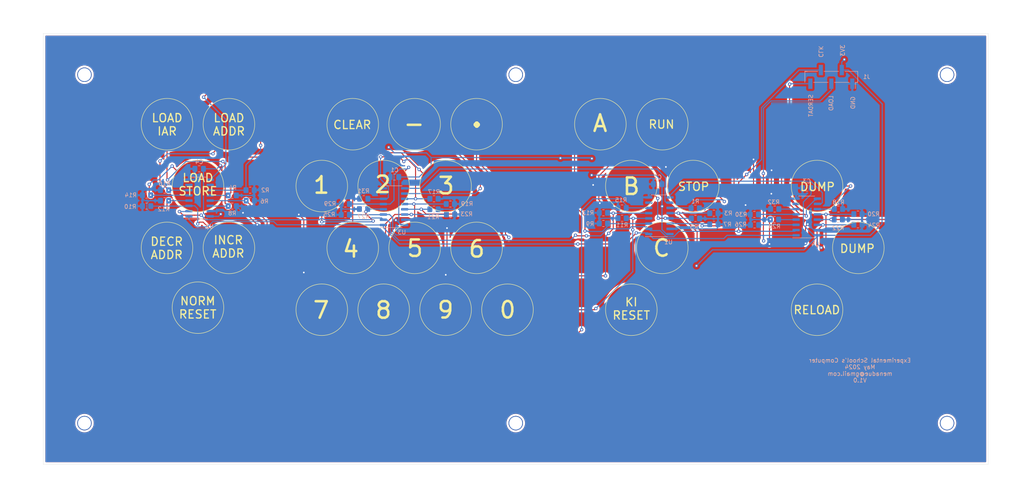
<source format=kicad_pcb>
(kicad_pcb (version 20171130) (host pcbnew 5.1.5+dfsg1-2build2)
  (layers (0 F.Cu signal hide) (31 B.Cu signal) (34 B.Paste user) (35 F.Paste user hide) (36 B.SilkS user) (37 F.SilkS user) (38 B.Mask user) (39 F.Mask user hide) (44 Edge.Cuts user))
  (net 0 "")
  (net 1 GND)
  (net 2 +3V3)
  (net 3 "Net-(R1-Pad2)")
  (net 4 "Net-(R2-Pad2)")
  (net 5 "Net-(R3-Pad2)")
  (net 6 "Net-(R4-Pad2)")
  (net 7 "Net-(R5-Pad2)")
  (net 8 "Net-(R6-Pad2)")
  (net 9 "Net-(R7-Pad2)")
  (net 10 "Net-(R8-Pad2)")
  (net 11 "Net-(R9-Pad2)")
  (net 12 "Net-(R10-Pad2)")
  (net 13 "Net-(R11-Pad2)")
  (net 14 "Net-(R12-Pad2)")
  (net 15 "Net-(R13-Pad2)")
  (net 16 "Net-(R14-Pad2)")
  (net 17 "Net-(R15-Pad2)")
  (net 18 "Net-(R16-Pad2)")
  (net 19 "Net-(R17-Pad2)")
  (net 20 "Net-(R18-Pad2)")
  (net 21 "Net-(R19-Pad2)")
  (net 22 "Net-(R20-Pad2)")
  (net 23 "Net-(R21-Pad2)")
  (net 24 "Net-(R22-Pad2)")
  (net 25 "Net-(R23-Pad2)")
  (net 26 "Net-(R24-Pad2)")
  (net 27 "Net-(R25-Pad2)")
  (net 28 "Net-(R26-Pad2)")
  (net 29 "Net-(R27-Pad2)")
  (net 30 "Net-(R28-Pad2)")
  (net 31 "Net-(R29-Pad2)")
  (net 32 "Net-(R30-Pad2)")
  (net 33 "Net-(R31-Pad2)")
  (net 34 "Net-(R32-Pad2)")
  (net 35 SERDAT_OUT_2)
  (net 36 SERDAT_OUT_3)
  (net 37 CLK)
  (net 38 LOAD)
  (net 39 SERDAT_OUT_1)
  (net 40 SERDAT_OUT)
  (module ajm_kicad:ESC_KB_Pad_half_size (layer F.Cu) (at 216.4 107.7)
    (fp_text reference TP24 hide)
    (fp_text value TestPoint)
    (pad 1 smd circle (at 0 0) (size 12.5 12.5) (layers F.Cu F.Mask) (net 26 "Net-(R24-Pad2)"))
  )
  (module Connector_PinHeader_2.54mm:PinHeader_1x05_P2.54mm_Vertical_SMD_Pin1Left (layer B.Cu) (at 219.8572 51.22 90)
    (fp_text reference J1 (at 0.02 8.5428 180) (layer B.SilkS) (effects (justify mirror)))
    (fp_text value Conn_01x05_Female)
    (pad 4 smd rect (at 1.655 -2.54 90) (size 2.51 1) (layers B.Cu B.Paste B.Mask) (net 37 CLK))
    (pad 2 smd rect (at 1.655 2.54 90) (size 2.51 1) (layers B.Cu B.Paste B.Mask) (net 2 +3V3))
    (pad 5 smd rect (at -1.655 -5.08 90) (size 2.51 1) (layers B.Cu B.Paste B.Mask) (net 40 SERDAT_OUT))
    (pad 3 smd rect (at -1.655 0 90) (size 2.51 1) (layers B.Cu B.Paste B.Mask) (net 38 LOAD))
    (pad 1 smd rect (at -1.655 5.08 90) (size 2.51 1) (layers B.Cu B.Paste B.Mask) (net 1 GND))
  )
  (module ajm_kicad:ESC_KB_Pad_half_size (layer F.Cu) (at 126.4 77.7)
    (fp_text reference TP31 hide)
    (fp_text value TestPoint)
    (pad 1 smd circle (at 0 0) (size 12.5 12.5) (layers F.Cu F.Mask) (net 33 "Net-(R31-Pad2)"))
  )
  (module ajm_kicad:ESC_KB_Pad_half_size (layer F.Cu) (at 111.4 77.7)
    (fp_text reference TP29 hide)
    (fp_text value TestPoint)
    (pad 1 smd circle (at 0 0) (size 12.5 12.5) (layers F.Cu F.Mask) (net 31 "Net-(R29-Pad2)"))
  )
  (module ajm_kicad:ESC_KB_Pad_half_size (layer F.Cu) (at 96.4 77.7)
    (fp_text reference TP27 hide)
    (fp_text value TestPoint)
    (pad 1 smd circle (at 0 0) (size 12.5 12.5) (layers F.Cu F.Mask) (net 29 "Net-(R27-Pad2)"))
  )
  (module ajm_kicad:ESC_KB_Pad_half_size (layer F.Cu) (at 133.9 62.7)
    (fp_text reference TP25 hide)
    (fp_text value TestPoint)
    (pad 1 smd circle (at 0 0) (size 12.5 12.5) (layers F.Cu F.Mask) (net 27 "Net-(R25-Pad2)"))
  )
  (module ajm_kicad:ESC_KB_Pad_half_size (layer F.Cu) (at 96.4 107.7)
    (fp_text reference TP23 hide)
    (fp_text value TestPoint)
    (pad 1 smd circle (at 0 0) (size 12.5 12.5) (layers F.Cu F.Mask) (net 25 "Net-(R23-Pad2)"))
  )
  (module ajm_kicad:ESC_KB_Pad_half_size (layer F.Cu) (at 171.4 107.7)
    (fp_text reference TP22 hide)
    (fp_text value TestPoint)
    (pad 1 smd circle (at 0 0) (size 12.5 12.5) (layers F.Cu F.Mask) (net 24 "Net-(R22-Pad2)"))
  )
  (module ajm_kicad:ESC_KB_Pad_half_size (layer F.Cu) (at 133.9 92.7)
    (fp_text reference TP21 hide)
    (fp_text value TestPoint)
    (pad 1 smd circle (at 0 0) (size 12.5 12.5) (layers F.Cu F.Mask) (net 23 "Net-(R21-Pad2)"))
  )
  (module ajm_kicad:ESC_KB_Pad_half_size (layer F.Cu) (at 226.4 92.7)
    (fp_text reference TP20 hide)
    (fp_text value TestPoint)
    (pad 1 smd circle (at 0 0) (size 12.5 12.5) (layers F.Cu F.Mask) (net 22 "Net-(R20-Pad2)"))
  )
  (module ajm_kicad:ESC_KB_Pad_half_size (layer F.Cu) (at 118.9 92.7)
    (fp_text reference TP19 hide)
    (fp_text value TestPoint)
    (pad 1 smd circle (at 0 0) (size 12.5 12.5) (layers F.Cu F.Mask) (net 21 "Net-(R19-Pad2)"))
  )
  (module ajm_kicad:ESC_KB_Pad_half_size (layer F.Cu) (at 216.4 77.7)
    (fp_text reference TP18 hide)
    (fp_text value TestPoint)
    (pad 1 smd circle (at 0 0) (size 12.5 12.5) (layers F.Cu F.Mask) (net 20 "Net-(R18-Pad2)"))
  )
  (module ajm_kicad:ESC_KB_Pad_half_size (layer F.Cu) (at 103.9 92.7)
    (fp_text reference TP17 hide)
    (fp_text value TestPoint)
    (pad 1 smd circle (at 0 0) (size 12.5 12.5) (layers F.Cu F.Mask) (net 19 "Net-(R17-Pad2)"))
  )
  (module ajm_kicad:ESC_KB_Pad_half_size (layer F.Cu) (at 73.9 62.7)
    (fp_text reference "LOAD ADDR" hide)
    (fp_text value TestPoint)
    (pad 1 smd circle (at 0 0) (size 12.5 12.5) (layers F.Cu F.Mask) (net 18 "Net-(R16-Pad2)"))
  )
  (module ajm_kicad:ESC_KB_Pad_half_size (layer F.Cu) (at 111.4 107.7)
    (fp_text reference TP15 hide)
    (fp_text value TestPoint)
    (pad 1 smd circle (at 0 0) (size 12.5 12.5) (layers F.Cu F.Mask) (net 17 "Net-(R15-Pad2)"))
  )
  (module ajm_kicad:ESC_KB_Pad_half_size (layer F.Cu) (at 66.4 77.7)
    (fp_text reference TP14 hide)
    (fp_text value TestPoint)
    (pad 1 smd circle (at 0 0) (size 12.5 12.5) (layers F.Cu F.Mask) (net 16 "Net-(R14-Pad2)"))
  )
  (module ajm_kicad:ESC_KB_Pad_half_size (layer F.Cu) (at 126.4 107.7)
    (fp_text reference TP13 hide)
    (fp_text value TestPoint)
    (pad 1 smd circle (at 0 0) (size 12.5 12.5) (layers F.Cu F.Mask) (net 15 "Net-(R13-Pad2)"))
  )
  (module ajm_kicad:ESC_KB_Pad_half_size (layer F.Cu) (at 58.9 92.7)
    (fp_text reference TP12 hide)
    (fp_text value TestPoint)
    (pad 1 smd circle (at 0 0) (size 12.5 12.5) (layers F.Cu F.Mask) (net 14 "Net-(R12-Pad2)"))
  )
  (module ajm_kicad:ESC_KB_Pad_half_size (layer F.Cu) (at 141.4 107.7)
    (fp_text reference TP11 hide)
    (fp_text value TestPoint)
    (pad 1 smd circle (at 0 0) (size 12.5 12.5) (layers F.Cu F.Mask) (net 13 "Net-(R11-Pad2)"))
  )
  (module ajm_kicad:ESC_KB_Pad_half_size (layer F.Cu) (at 73.9 92.7)
    (fp_text reference TP10 hide)
    (fp_text value TestPoint)
    (pad 1 smd circle (at 0 0) (size 12.5 12.5) (layers F.Cu F.Mask) (net 12 "Net-(R10-Pad2)"))
  )
  (module ajm_kicad:ESC_KB_Pad_half_size (layer F.Cu) (at 163.9 62.7)
    (fp_text reference TP9 hide)
    (fp_text value TestPoint)
    (pad 1 smd circle (at 0 0) (size 12.5 12.5) (layers F.Cu F.Mask) (net 11 "Net-(R9-Pad2)"))
  )
  (module ajm_kicad:ESC_KB_Pad_half_size (layer F.Cu) (at 58.9 62.7)
    (fp_text reference "LOAD IAR" hide)
    (fp_text value TestPoint)
    (pad 1 smd circle (at 0 0) (size 12.5 12.5) (layers F.Cu F.Mask) (net 10 "Net-(R8-Pad2)"))
  )
  (module ajm_kicad:ESC_KB_Pad_half_size (layer F.Cu) (at 178.9 62.7)
    (fp_text reference TP7 hide)
    (fp_text value TestPoint)
    (pad 1 smd circle (at 0 0) (size 12.5 12.5) (layers F.Cu F.Mask) (net 9 "Net-(R7-Pad2)"))
  )
  (module ajm_kicad:ESC_KB_Pad_half_size (layer F.Cu) (at 66.4 107.2)
    (fp_text reference TP6 hide)
    (fp_text value TestPoint)
    (pad 1 smd circle (at 0 0) (size 12.5 12.5) (layers F.Cu F.Mask) (net 8 "Net-(R6-Pad2)"))
  )
  (module ajm_kicad:ESC_KB_Pad_half_size (layer F.Cu) (at 171.4 77.7)
    (fp_text reference TP5 hide)
    (fp_text value TestPoint)
    (pad 1 smd circle (at 0 0) (size 12.5 12.5) (layers F.Cu F.Mask) (net 7 "Net-(R5-Pad2)"))
  )
  (module ajm_kicad:ESC_KB_Pad_half_size (layer F.Cu) (at 103.9 62.7)
    (fp_text reference TP4 hide)
    (fp_text value TestPoint)
    (pad 1 smd circle (at 0 0) (size 12.5 12.5) (layers F.Cu F.Mask) (net 6 "Net-(R4-Pad2)"))
  )
  (module ajm_kicad:ESC_KB_Pad_half_size (layer F.Cu) (at 178.9 92.7)
    (fp_text reference TP3 hide)
    (fp_text value TestPoint)
    (pad 1 smd circle (at 0 0) (size 12.5 12.5) (layers F.Cu F.Mask) (net 5 "Net-(R3-Pad2)"))
  )
  (module ajm_kicad:ESC_KB_Pad_half_size (layer F.Cu) (at 118.9 62.7)
    (fp_text reference TP2 hide)
    (fp_text value TestPoint)
    (pad 1 smd circle (at 0 0) (size 12.5 12.5) (layers F.Cu F.Mask) (net 4 "Net-(R2-Pad2)"))
  )
  (module ajm_kicad:ESC_KB_Pad_half_size (layer F.Cu) (at 186.4 77.7)
    (fp_text reference TP1 hide)
    (fp_text value TestPoint)
    (pad 1 smd circle (at 0 0) (size 12.5 12.5) (layers F.Cu F.Mask) (net 3 "Net-(R1-Pad2)"))
  )
  (module Package_SO:SO-16_3.9x9.9mm_P1.27mm (layer B.Cu) (at 213.9 85.2)
    (fp_text reference U4 (at 2.1 6.6) (layer B.SilkS) (effects (justify mirror)))
    (fp_text value 74HC165)
    (pad 16 smd roundrect (at 2.575 4.445) (size 1.75 0.6) (layers B.Cu B.Paste B.Mask) (net 2 +3V3))
    (pad 15 smd roundrect (at 2.575 3.175) (size 1.75 0.6) (layers B.Cu B.Paste B.Mask) (net 1 GND))
    (pad 14 smd roundrect (at 2.575 1.905) (size 1.75 0.6) (layers B.Cu B.Paste B.Mask) (net 26 "Net-(R24-Pad2)"))
    (pad 13 smd roundrect (at 2.575 0.635) (size 1.75 0.6) (layers B.Cu B.Paste B.Mask) (net 24 "Net-(R22-Pad2)"))
    (pad 12 smd roundrect (at 2.575 -0.635) (size 1.75 0.6) (layers B.Cu B.Paste B.Mask) (net 22 "Net-(R20-Pad2)"))
    (pad 11 smd roundrect (at 2.575 -1.905) (size 1.75 0.6) (layers B.Cu B.Paste B.Mask) (net 20 "Net-(R18-Pad2)"))
    (pad 10 smd roundrect (at 2.575 -3.175) (size 1.75 0.6) (layers B.Cu B.Paste B.Mask) (net 36 SERDAT_OUT_3))
    (pad 9 smd roundrect (at 2.575 -4.445) (size 1.75 0.6) (layers B.Cu B.Paste B.Mask) (net 40 SERDAT_OUT))
    (pad 8 smd roundrect (at -2.575 -4.445) (size 1.75 0.6) (layers B.Cu B.Paste B.Mask) (net 1 GND))
    (pad 7 smd roundrect (at -2.575 -3.175) (size 1.75 0.6) (layers B.Cu B.Paste B.Mask))
    (pad 6 smd roundrect (at -2.575 -1.905) (size 1.75 0.6) (layers B.Cu B.Paste B.Mask) (net 34 "Net-(R32-Pad2)"))
    (pad 5 smd roundrect (at -2.575 -0.635) (size 1.75 0.6) (layers B.Cu B.Paste B.Mask) (net 32 "Net-(R30-Pad2)"))
    (pad 4 smd roundrect (at -2.575 0.635) (size 1.75 0.6) (layers B.Cu B.Paste B.Mask) (net 30 "Net-(R28-Pad2)"))
    (pad 3 smd roundrect (at -2.575 1.905) (size 1.75 0.6) (layers B.Cu B.Paste B.Mask) (net 28 "Net-(R26-Pad2)"))
    (pad 2 smd roundrect (at -2.575 3.175) (size 1.75 0.6) (layers B.Cu B.Paste B.Mask) (net 37 CLK))
    (pad 1 smd roundrect (at -2.575 4.445) (size 1.75 0.6) (layers B.Cu B.Paste B.Mask) (net 38 LOAD))
  )
  (module Package_SO:SO-16_3.9x9.9mm_P1.27mm (layer B.Cu) (at 113.9 82.7)
    (fp_text reference U3 (at 1.9 6.2) (layer B.SilkS) (effects (justify mirror)))
    (fp_text value 74HC165)
    (pad 16 smd roundrect (at 2.575 4.445) (size 1.75 0.6) (layers B.Cu B.Paste B.Mask) (net 2 +3V3))
    (pad 15 smd roundrect (at 2.575 3.175) (size 1.75 0.6) (layers B.Cu B.Paste B.Mask) (net 1 GND))
    (pad 14 smd roundrect (at 2.575 1.905) (size 1.75 0.6) (layers B.Cu B.Paste B.Mask) (net 25 "Net-(R23-Pad2)"))
    (pad 13 smd roundrect (at 2.575 0.635) (size 1.75 0.6) (layers B.Cu B.Paste B.Mask) (net 23 "Net-(R21-Pad2)"))
    (pad 12 smd roundrect (at 2.575 -0.635) (size 1.75 0.6) (layers B.Cu B.Paste B.Mask) (net 21 "Net-(R19-Pad2)"))
    (pad 11 smd roundrect (at 2.575 -1.905) (size 1.75 0.6) (layers B.Cu B.Paste B.Mask) (net 19 "Net-(R17-Pad2)"))
    (pad 10 smd roundrect (at 2.575 -3.175) (size 1.75 0.6) (layers B.Cu B.Paste B.Mask) (net 39 SERDAT_OUT_1))
    (pad 9 smd roundrect (at 2.575 -4.445) (size 1.75 0.6) (layers B.Cu B.Paste B.Mask) (net 35 SERDAT_OUT_2))
    (pad 8 smd roundrect (at -2.575 -4.445) (size 1.75 0.6) (layers B.Cu B.Paste B.Mask) (net 1 GND))
    (pad 7 smd roundrect (at -2.575 -3.175) (size 1.75 0.6) (layers B.Cu B.Paste B.Mask))
    (pad 6 smd roundrect (at -2.575 -1.905) (size 1.75 0.6) (layers B.Cu B.Paste B.Mask) (net 33 "Net-(R31-Pad2)"))
    (pad 5 smd roundrect (at -2.575 -0.635) (size 1.75 0.6) (layers B.Cu B.Paste B.Mask) (net 31 "Net-(R29-Pad2)"))
    (pad 4 smd roundrect (at -2.575 0.635) (size 1.75 0.6) (layers B.Cu B.Paste B.Mask) (net 29 "Net-(R27-Pad2)"))
    (pad 3 smd roundrect (at -2.575 1.905) (size 1.75 0.6) (layers B.Cu B.Paste B.Mask) (net 27 "Net-(R25-Pad2)"))
    (pad 2 smd roundrect (at -2.575 3.175) (size 1.75 0.6) (layers B.Cu B.Paste B.Mask) (net 37 CLK))
    (pad 1 smd roundrect (at -2.575 4.445) (size 1.75 0.6) (layers B.Cu B.Paste B.Mask) (net 38 LOAD))
  )
  (module Package_SO:SO-16_3.9x9.9mm_P1.27mm (layer B.Cu) (at 66.7872 80.5984)
    (fp_text reference U2 (at 2.4128 6.9016) (layer B.SilkS) (effects (justify mirror)))
    (fp_text value 74HC165)
    (pad 16 smd roundrect (at 2.575 4.445) (size 1.75 0.6) (layers B.Cu B.Paste B.Mask) (net 2 +3V3))
    (pad 15 smd roundrect (at 2.575 3.175) (size 1.75 0.6) (layers B.Cu B.Paste B.Mask) (net 1 GND))
    (pad 14 smd roundrect (at 2.575 1.905) (size 1.75 0.6) (layers B.Cu B.Paste B.Mask) (net 10 "Net-(R8-Pad2)"))
    (pad 13 smd roundrect (at 2.575 0.635) (size 1.75 0.6) (layers B.Cu B.Paste B.Mask) (net 8 "Net-(R6-Pad2)"))
    (pad 12 smd roundrect (at 2.575 -0.635) (size 1.75 0.6) (layers B.Cu B.Paste B.Mask) (net 6 "Net-(R4-Pad2)"))
    (pad 11 smd roundrect (at 2.575 -1.905) (size 1.75 0.6) (layers B.Cu B.Paste B.Mask) (net 4 "Net-(R2-Pad2)"))
    (pad 10 smd roundrect (at 2.575 -3.175) (size 1.75 0.6) (layers B.Cu B.Paste B.Mask))
    (pad 9 smd roundrect (at 2.575 -4.445) (size 1.75 0.6) (layers B.Cu B.Paste B.Mask) (net 39 SERDAT_OUT_1))
    (pad 8 smd roundrect (at -2.575 -4.445) (size 1.75 0.6) (layers B.Cu B.Paste B.Mask) (net 1 GND))
    (pad 7 smd roundrect (at -2.575 -3.175) (size 1.75 0.6) (layers B.Cu B.Paste B.Mask))
    (pad 6 smd roundrect (at -2.575 -1.905) (size 1.75 0.6) (layers B.Cu B.Paste B.Mask) (net 18 "Net-(R16-Pad2)"))
    (pad 5 smd roundrect (at -2.575 -0.635) (size 1.75 0.6) (layers B.Cu B.Paste B.Mask) (net 16 "Net-(R14-Pad2)"))
    (pad 4 smd roundrect (at -2.575 0.635) (size 1.75 0.6) (layers B.Cu B.Paste B.Mask) (net 14 "Net-(R12-Pad2)"))
    (pad 3 smd roundrect (at -2.575 1.905) (size 1.75 0.6) (layers B.Cu B.Paste B.Mask) (net 12 "Net-(R10-Pad2)"))
    (pad 2 smd roundrect (at -2.575 3.175) (size 1.75 0.6) (layers B.Cu B.Paste B.Mask) (net 37 CLK))
    (pad 1 smd roundrect (at -2.575 4.445) (size 1.75 0.6) (layers B.Cu B.Paste B.Mask) (net 38 LOAD))
  )
  (module Package_SO:SO-16_3.9x9.9mm_P1.27mm (layer B.Cu) (at 178.2 84.9)
    (fp_text reference U1 (at 2.2 6.4) (layer B.SilkS) (effects (justify mirror)))
    (fp_text value 74HC165)
    (pad 16 smd roundrect (at 2.575 4.445) (size 1.75 0.6) (layers B.Cu B.Paste B.Mask) (net 2 +3V3))
    (pad 15 smd roundrect (at 2.575 3.175) (size 1.75 0.6) (layers B.Cu B.Paste B.Mask) (net 1 GND))
    (pad 14 smd roundrect (at 2.575 1.905) (size 1.75 0.6) (layers B.Cu B.Paste B.Mask) (net 9 "Net-(R7-Pad2)"))
    (pad 13 smd roundrect (at 2.575 0.635) (size 1.75 0.6) (layers B.Cu B.Paste B.Mask) (net 7 "Net-(R5-Pad2)"))
    (pad 12 smd roundrect (at 2.575 -0.635) (size 1.75 0.6) (layers B.Cu B.Paste B.Mask) (net 5 "Net-(R3-Pad2)"))
    (pad 11 smd roundrect (at 2.575 -1.905) (size 1.75 0.6) (layers B.Cu B.Paste B.Mask) (net 3 "Net-(R1-Pad2)"))
    (pad 10 smd roundrect (at 2.575 -3.175) (size 1.75 0.6) (layers B.Cu B.Paste B.Mask) (net 35 SERDAT_OUT_2))
    (pad 9 smd roundrect (at 2.575 -4.445) (size 1.75 0.6) (layers B.Cu B.Paste B.Mask) (net 36 SERDAT_OUT_3))
    (pad 8 smd roundrect (at -2.575 -4.445) (size 1.75 0.6) (layers B.Cu B.Paste B.Mask) (net 1 GND))
    (pad 7 smd roundrect (at -2.575 -3.175) (size 1.75 0.6) (layers B.Cu B.Paste B.Mask))
    (pad 6 smd roundrect (at -2.575 -1.905) (size 1.75 0.6) (layers B.Cu B.Paste B.Mask) (net 17 "Net-(R15-Pad2)"))
    (pad 5 smd roundrect (at -2.575 -0.635) (size 1.75 0.6) (layers B.Cu B.Paste B.Mask) (net 15 "Net-(R13-Pad2)"))
    (pad 4 smd roundrect (at -2.575 0.635) (size 1.75 0.6) (layers B.Cu B.Paste B.Mask) (net 13 "Net-(R11-Pad2)"))
    (pad 3 smd roundrect (at -2.575 1.905) (size 1.75 0.6) (layers B.Cu B.Paste B.Mask) (net 11 "Net-(R9-Pad2)"))
    (pad 2 smd roundrect (at -2.575 3.175) (size 1.75 0.6) (layers B.Cu B.Paste B.Mask) (net 37 CLK))
    (pad 1 smd roundrect (at -2.575 4.445) (size 1.75 0.6) (layers B.Cu B.Paste B.Mask) (net 38 LOAD))
  )
  (module Resistor_SMD:R_0805_2012Metric_Pad1.20x1.40mm_HandSolder (layer B.Cu) (at 206.1412 83.2748)
    (fp_text reference R32 (at -0.2412 -1.6748) (layer B.SilkS) (effects (justify mirror)))
    (fp_text value 10M)
    (pad 2 smd roundrect (at 1 0) (size 1.2 1.4) (layers B.Cu B.Paste B.Mask) (roundrect_rratio 0.208333) (net 34 "Net-(R32-Pad2)"))
    (pad 1 smd roundrect (at -1 0) (size 1.2 1.4) (layers B.Cu B.Paste B.Mask) (roundrect_rratio 0.208333) (net 1 GND))
  )
  (module Resistor_SMD:R_0805_2012Metric_Pad1.20x1.40mm_HandSolder (layer B.Cu) (at 106.5732 80.7856)
    (fp_text reference R31 (at -0.0732 -1.8856) (layer B.SilkS) (effects (justify mirror)))
    (fp_text value 10M)
    (pad 2 smd roundrect (at 1 0) (size 1.2 1.4) (layers B.Cu B.Paste B.Mask) (roundrect_rratio 0.208333) (net 33 "Net-(R31-Pad2)"))
    (pad 1 smd roundrect (at -1 0) (size 1.2 1.4) (layers B.Cu B.Paste B.Mask) (roundrect_rratio 0.208333) (net 1 GND))
  )
  (module Resistor_SMD:R_0805_2012Metric_Pad1.20x1.40mm_HandSolder (layer B.Cu) (at 201.2136 84.5956)
    (fp_text reference R30 (at -3.2136 0.0044) (layer B.SilkS) (effects (justify mirror)))
    (fp_text value 10M)
    (pad 2 smd roundrect (at 1 0) (size 1.2 1.4) (layers B.Cu B.Paste B.Mask) (roundrect_rratio 0.208333) (net 32 "Net-(R30-Pad2)"))
    (pad 1 smd roundrect (at -1 0) (size 1.2 1.4) (layers B.Cu B.Paste B.Mask) (roundrect_rratio 0.208333) (net 1 GND))
  )
  (module Resistor_SMD:R_0805_2012Metric_Pad1.20x1.40mm_HandSolder (layer B.Cu) (at 102.1028 82.0556)
    (fp_text reference R29 (at -3.7028 -0.0556) (layer B.SilkS) (effects (justify mirror)))
    (fp_text value 10M)
    (pad 2 smd roundrect (at 1 0) (size 1.2 1.4) (layers B.Cu B.Paste B.Mask) (roundrect_rratio 0.208333) (net 31 "Net-(R29-Pad2)"))
    (pad 1 smd roundrect (at -1 0) (size 1.2 1.4) (layers B.Cu B.Paste B.Mask) (roundrect_rratio 0.208333) (net 1 GND))
  )
  (module Resistor_SMD:R_0805_2012Metric_Pad1.20x1.40mm_HandSolder (layer B.Cu) (at 206.0904 85.8148)
    (fp_text reference R28 (at 0 1.65) (layer B.SilkS) (effects (justify mirror)))
    (fp_text value 10M)
    (pad 2 smd roundrect (at 1 0) (size 1.2 1.4) (layers B.Cu B.Paste B.Mask) (roundrect_rratio 0.208333) (net 30 "Net-(R28-Pad2)"))
    (pad 1 smd roundrect (at -1 0) (size 1.2 1.4) (layers B.Cu B.Paste B.Mask) (roundrect_rratio 0.208333) (net 1 GND))
  )
  (module Resistor_SMD:R_0805_2012Metric_Pad1.20x1.40mm_HandSolder (layer B.Cu) (at 106.5224 83.2748)
    (fp_text reference R27 (at -0.0224 1.8252) (layer B.SilkS) (effects (justify mirror)))
    (fp_text value 10M)
    (pad 2 smd roundrect (at 1 0) (size 1.2 1.4) (layers B.Cu B.Paste B.Mask) (roundrect_rratio 0.208333) (net 29 "Net-(R27-Pad2)"))
    (pad 1 smd roundrect (at -1 0) (size 1.2 1.4) (layers B.Cu B.Paste B.Mask) (roundrect_rratio 0.208333) (net 1 GND))
  )
  (module Resistor_SMD:R_0805_2012Metric_Pad1.20x1.40mm_HandSolder (layer B.Cu) (at 201.2644 87.1356)
    (fp_text reference R26 (at -3.3644 -0.1356) (layer B.SilkS) (effects (justify mirror)))
    (fp_text value 10M)
    (pad 2 smd roundrect (at 1 0) (size 1.2 1.4) (layers B.Cu B.Paste B.Mask) (roundrect_rratio 0.208333) (net 28 "Net-(R26-Pad2)"))
    (pad 1 smd roundrect (at -1 0) (size 1.2 1.4) (layers B.Cu B.Paste B.Mask) (roundrect_rratio 0.208333) (net 1 GND))
  )
  (module Resistor_SMD:R_0805_2012Metric_Pad1.20x1.40mm_HandSolder (layer B.Cu) (at 102.1028 84.6464)
    (fp_text reference R25 (at -3.9028 -0.0464) (layer B.SilkS) (effects (justify mirror)))
    (fp_text value 10M)
    (pad 2 smd roundrect (at 1 0) (size 1.2 1.4) (layers B.Cu B.Paste B.Mask) (roundrect_rratio 0.208333) (net 27 "Net-(R25-Pad2)"))
    (pad 1 smd roundrect (at -1 0) (size 1.2 1.4) (layers B.Cu B.Paste B.Mask) (roundrect_rratio 0.208333) (net 1 GND))
  )
  (module Resistor_SMD:R_0805_2012Metric_Pad1.20x1.40mm_HandSolder (layer B.Cu) (at 226.3088 87.0848 180)
    (fp_text reference R24 (at -3.8912 -0.1152) (layer B.SilkS) (effects (justify mirror)))
    (fp_text value 10M)
    (pad 2 smd roundrect (at 1 0 180) (size 1.2 1.4) (layers B.Cu B.Paste B.Mask) (roundrect_rratio 0.208333) (net 26 "Net-(R24-Pad2)"))
    (pad 1 smd roundrect (at -1 0 180) (size 1.2 1.4) (layers B.Cu B.Paste B.Mask) (roundrect_rratio 0.208333) (net 1 GND))
  )
  (module Resistor_SMD:R_0805_2012Metric_Pad1.20x1.40mm_HandSolder (layer B.Cu) (at 127.6044 84.5956 180)
    (fp_text reference R23 (at -3.8956 0.0956) (layer B.SilkS) (effects (justify mirror)))
    (fp_text value 10M)
    (pad 2 smd roundrect (at 1 0 180) (size 1.2 1.4) (layers B.Cu B.Paste B.Mask) (roundrect_rratio 0.208333) (net 25 "Net-(R23-Pad2)"))
    (pad 1 smd roundrect (at -1 0 180) (size 1.2 1.4) (layers B.Cu B.Paste B.Mask) (roundrect_rratio 0.208333) (net 1 GND))
  )
  (module Resistor_SMD:R_0805_2012Metric_Pad1.20x1.40mm_HandSolder (layer B.Cu) (at 221.5336 85.8148 180)
    (fp_text reference R22 (at 0.0336 -2.0852) (layer B.SilkS) (effects (justify mirror)))
    (fp_text value 10M)
    (pad 2 smd roundrect (at 1 0 180) (size 1.2 1.4) (layers B.Cu B.Paste B.Mask) (roundrect_rratio 0.208333) (net 24 "Net-(R22-Pad2)"))
    (pad 1 smd roundrect (at -1 0 180) (size 1.2 1.4) (layers B.Cu B.Paste B.Mask) (roundrect_rratio 0.208333) (net 1 GND))
  )
  (module Resistor_SMD:R_0805_2012Metric_Pad1.20x1.40mm_HandSolder (layer B.Cu) (at 123.5912 83.3256 180)
    (fp_text reference R21 (at 0.1912 -1.8744) (layer B.SilkS) (effects (justify mirror)))
    (fp_text value 10M)
    (pad 2 smd roundrect (at 1 0 180) (size 1.2 1.4) (layers B.Cu B.Paste B.Mask) (roundrect_rratio 0.208333) (net 23 "Net-(R21-Pad2)"))
    (pad 1 smd roundrect (at -1 0 180) (size 1.2 1.4) (layers B.Cu B.Paste B.Mask) (roundrect_rratio 0.208333) (net 1 GND))
  )
  (module Resistor_SMD:R_0805_2012Metric_Pad1.20x1.40mm_HandSolder (layer B.Cu) (at 226.3088 84.494 180)
    (fp_text reference R20 (at -3.7912 -0.006) (layer B.SilkS) (effects (justify mirror)))
    (fp_text value 10M)
    (pad 2 smd roundrect (at 1 0 180) (size 1.2 1.4) (layers B.Cu B.Paste B.Mask) (roundrect_rratio 0.208333) (net 22 "Net-(R20-Pad2)"))
    (pad 1 smd roundrect (at -1 0 180) (size 1.2 1.4) (layers B.Cu B.Paste B.Mask) (roundrect_rratio 0.208333) (net 1 GND))
  )
  (module Resistor_SMD:R_0805_2012Metric_Pad1.20x1.40mm_HandSolder (layer B.Cu) (at 127.5536 82.0556 180)
    (fp_text reference R19 (at -4.0464 0.0556) (layer B.SilkS) (effects (justify mirror)))
    (fp_text value 10M)
    (pad 2 smd roundrect (at 1 0 180) (size 1.2 1.4) (layers B.Cu B.Paste B.Mask) (roundrect_rratio 0.208333) (net 21 "Net-(R19-Pad2)"))
    (pad 1 smd roundrect (at -1 0 180) (size 1.2 1.4) (layers B.Cu B.Paste B.Mask) (roundrect_rratio 0.208333) (net 1 GND))
  )
  (module Resistor_SMD:R_0805_2012Metric_Pad1.20x1.40mm_HandSolder (layer B.Cu) (at 221.5844 83.2748 180)
    (fp_text reference R18 (at 0 1.65) (layer B.SilkS) (effects (justify mirror)))
    (fp_text value 10M)
    (pad 2 smd roundrect (at 1 0 180) (size 1.2 1.4) (layers B.Cu B.Paste B.Mask) (roundrect_rratio 0.208333) (net 20 "Net-(R18-Pad2)"))
    (pad 1 smd roundrect (at -1 0 180) (size 1.2 1.4) (layers B.Cu B.Paste B.Mask) (roundrect_rratio 0.208333) (net 1 GND))
  )
  (module Resistor_SMD:R_0805_2012Metric_Pad1.20x1.40mm_HandSolder (layer B.Cu) (at 123.5912 80.7856 180)
    (fp_text reference R17 (at 0 1.6856) (layer B.SilkS) (effects (justify mirror)))
    (fp_text value 10M)
    (pad 2 smd roundrect (at 1 0 180) (size 1.2 1.4) (layers B.Cu B.Paste B.Mask) (roundrect_rratio 0.208333) (net 19 "Net-(R17-Pad2)"))
    (pad 1 smd roundrect (at -1 0 180) (size 1.2 1.4) (layers B.Cu B.Paste B.Mask) (roundrect_rratio 0.208333) (net 1 GND))
  )
  (module Resistor_SMD:R_0805_2012Metric_Pad1.20x1.40mm_HandSolder (layer B.Cu) (at 58.3132 78.7028)
    (fp_text reference R16 (at -0.0132 -1.6028) (layer B.SilkS) (effects (justify mirror)))
    (fp_text value 10M)
    (pad 2 smd roundrect (at 1 0) (size 1.2 1.4) (layers B.Cu B.Paste B.Mask) (roundrect_rratio 0.208333) (net 18 "Net-(R16-Pad2)"))
    (pad 1 smd roundrect (at -1 0) (size 1.2 1.4) (layers B.Cu B.Paste B.Mask) (roundrect_rratio 0.208333) (net 1 GND))
  )
  (module Resistor_SMD:R_0805_2012Metric_Pad1.20x1.40mm_HandSolder (layer B.Cu) (at 169.1588 83.0208)
    (fp_text reference R15 (at -0.2588 -1.9208) (layer B.SilkS) (effects (justify mirror)))
    (fp_text value 10M)
    (pad 2 smd roundrect (at 1 0) (size 1.2 1.4) (layers B.Cu B.Paste B.Mask) (roundrect_rratio 0.208333) (net 17 "Net-(R15-Pad2)"))
    (pad 1 smd roundrect (at -1 0) (size 1.2 1.4) (layers B.Cu B.Paste B.Mask) (roundrect_rratio 0.208333) (net 1 GND))
  )
  (module Resistor_SMD:R_0805_2012Metric_Pad1.20x1.40mm_HandSolder (layer B.Cu) (at 53.9444 79.922)
    (fp_text reference R14 (at -3.8444 -0.022) (layer B.SilkS) (effects (justify mirror)))
    (fp_text value 10M)
    (pad 2 smd roundrect (at 1 0) (size 1.2 1.4) (layers B.Cu B.Paste B.Mask) (roundrect_rratio 0.208333) (net 16 "Net-(R14-Pad2)"))
    (pad 1 smd roundrect (at -1 0) (size 1.2 1.4) (layers B.Cu B.Paste B.Mask) (roundrect_rratio 0.208333) (net 1 GND))
  )
  (module Resistor_SMD:R_0805_2012Metric_Pad1.20x1.40mm_HandSolder (layer B.Cu) (at 164.6376 84.1892)
    (fp_text reference R13 (at -3.7376 0.0108) (layer B.SilkS) (effects (justify mirror)))
    (fp_text value 10M)
    (pad 2 smd roundrect (at 1 0) (size 1.2 1.4) (layers B.Cu B.Paste B.Mask) (roundrect_rratio 0.208333) (net 15 "Net-(R13-Pad2)"))
    (pad 1 smd roundrect (at -1 0) (size 1.2 1.4) (layers B.Cu B.Paste B.Mask) (roundrect_rratio 0.208333) (net 1 GND))
  )
  (module Resistor_SMD:R_0805_2012Metric_Pad1.20x1.40mm_HandSolder (layer B.Cu) (at 58.3132 81.2428)
    (fp_text reference R12 (at -0.2132 2.0572) (layer B.SilkS) (effects (justify mirror)))
    (fp_text value 10M)
    (pad 2 smd roundrect (at 1 0) (size 1.2 1.4) (layers B.Cu B.Paste B.Mask) (roundrect_rratio 0.208333) (net 14 "Net-(R12-Pad2)"))
    (pad 1 smd roundrect (at -1 0) (size 1.2 1.4) (layers B.Cu B.Paste B.Mask) (roundrect_rratio 0.208333) (net 1 GND))
  )
  (module Resistor_SMD:R_0805_2012Metric_Pad1.20x1.40mm_HandSolder (layer B.Cu) (at 169.1588 85.51)
    (fp_text reference R11 (at 0 1.65) (layer B.SilkS) (effects (justify mirror)))
    (fp_text value 10M)
    (pad 2 smd roundrect (at 1 0) (size 1.2 1.4) (layers B.Cu B.Paste B.Mask) (roundrect_rratio 0.208333) (net 13 "Net-(R11-Pad2)"))
    (pad 1 smd roundrect (at -1 0) (size 1.2 1.4) (layers B.Cu B.Paste B.Mask) (roundrect_rratio 0.208333) (net 1 GND))
  )
  (module Resistor_SMD:R_0805_2012Metric_Pad1.20x1.40mm_HandSolder (layer B.Cu) (at 53.9444 82.5636)
    (fp_text reference R10 (at -3.9444 0.1364) (layer B.SilkS) (effects (justify mirror)))
    (fp_text value 10M)
    (pad 2 smd roundrect (at 1 0) (size 1.2 1.4) (layers B.Cu B.Paste B.Mask) (roundrect_rratio 0.208333) (net 12 "Net-(R10-Pad2)"))
    (pad 1 smd roundrect (at -1 0) (size 1.2 1.4) (layers B.Cu B.Paste B.Mask) (roundrect_rratio 0.208333) (net 1 GND))
  )
  (module Resistor_SMD:R_0805_2012Metric_Pad1.20x1.40mm_HandSolder (layer B.Cu) (at 164.6376 86.78)
    (fp_text reference R9 (at -3.2376 0.12) (layer B.SilkS) (effects (justify mirror)))
    (fp_text value 10M)
    (pad 2 smd roundrect (at 1 0) (size 1.2 1.4) (layers B.Cu B.Paste B.Mask) (roundrect_rratio 0.208333) (net 11 "Net-(R9-Pad2)"))
    (pad 1 smd roundrect (at -1 0) (size 1.2 1.4) (layers B.Cu B.Paste B.Mask) (roundrect_rratio 0.208333) (net 1 GND))
  )
  (module Resistor_SMD:R_0805_2012Metric_Pad1.20x1.40mm_HandSolder (layer B.Cu) (at 74.7216 82.5636 180)
    (fp_text reference R8 (at 0.0216 -1.7364) (layer B.SilkS) (effects (justify mirror)))
    (fp_text value 10M)
    (pad 2 smd roundrect (at 1 0 180) (size 1.2 1.4) (layers B.Cu B.Paste B.Mask) (roundrect_rratio 0.208333) (net 10 "Net-(R8-Pad2)"))
    (pad 1 smd roundrect (at -1 0 180) (size 1.2 1.4) (layers B.Cu B.Paste B.Mask) (roundrect_rratio 0.208333) (net 1 GND))
  )
  (module Resistor_SMD:R_0805_2012Metric_Pad1.20x1.40mm_HandSolder (layer B.Cu) (at 191.4092 86.9832 180)
    (fp_text reference R7 (at -3.2908 -0.0168) (layer B.SilkS) (effects (justify mirror)))
    (fp_text value 10M)
    (pad 2 smd roundrect (at 1 0 180) (size 1.2 1.4) (layers B.Cu B.Paste B.Mask) (roundrect_rratio 0.208333) (net 9 "Net-(R7-Pad2)"))
    (pad 1 smd roundrect (at -1 0 180) (size 1.2 1.4) (layers B.Cu B.Paste B.Mask) (roundrect_rratio 0.208333) (net 1 GND))
  )
  (module Resistor_SMD:R_0805_2012Metric_Pad1.20x1.40mm_HandSolder (layer B.Cu) (at 79.0744 81.2428 180)
    (fp_text reference R6 (at -3.4256 -0.1572) (layer B.SilkS) (effects (justify mirror)))
    (fp_text value 10M)
    (pad 2 smd roundrect (at 1 0 180) (size 1.2 1.4) (layers B.Cu B.Paste B.Mask) (roundrect_rratio 0.208333) (net 8 "Net-(R6-Pad2)"))
    (pad 1 smd roundrect (at -1 0 180) (size 1.2 1.4) (layers B.Cu B.Paste B.Mask) (roundrect_rratio 0.208333) (net 1 GND))
  )
  (module Resistor_SMD:R_0805_2012Metric_Pad1.20x1.40mm_HandSolder (layer B.Cu) (at 186.9388 85.5608 180)
    (fp_text reference R5 (at 0.3388 -2.0392) (layer B.SilkS) (effects (justify mirror)))
    (fp_text value 10M)
    (pad 2 smd roundrect (at 1 0 180) (size 1.2 1.4) (layers B.Cu B.Paste B.Mask) (roundrect_rratio 0.208333) (net 7 "Net-(R5-Pad2)"))
    (pad 1 smd roundrect (at -1 0 180) (size 1.2 1.4) (layers B.Cu B.Paste B.Mask) (roundrect_rratio 0.208333) (net 1 GND))
  )
  (module Resistor_SMD:R_0805_2012Metric_Pad1.20x1.40mm_HandSolder (layer B.Cu) (at 74.7056 79.9728 180)
    (fp_text reference R4 (at -0.0944 1.8728) (layer B.SilkS) (effects (justify mirror)))
    (fp_text value 10M)
    (pad 2 smd roundrect (at 1 0 180) (size 1.2 1.4) (layers B.Cu B.Paste B.Mask) (roundrect_rratio 0.208333) (net 6 "Net-(R4-Pad2)"))
    (pad 1 smd roundrect (at -1 0 180) (size 1.2 1.4) (layers B.Cu B.Paste B.Mask) (roundrect_rratio 0.208333) (net 1 GND))
  )
  (module Resistor_SMD:R_0805_2012Metric_Pad1.20x1.40mm_HandSolder (layer B.Cu) (at 191.4092 84.2908 180)
    (fp_text reference R3 (at -3.4908 -0.0092) (layer B.SilkS) (effects (justify mirror)))
    (fp_text value 10M)
    (pad 2 smd roundrect (at 1 0 180) (size 1.2 1.4) (layers B.Cu B.Paste B.Mask) (roundrect_rratio 0.208333) (net 5 "Net-(R3-Pad2)"))
    (pad 1 smd roundrect (at -1 0 180) (size 1.2 1.4) (layers B.Cu B.Paste B.Mask) (roundrect_rratio 0.208333) (net 1 GND))
  )
  (module Resistor_SMD:R_0805_2012Metric_Pad1.20x1.40mm_HandSolder (layer B.Cu) (at 79.0396 78.7028 180)
    (fp_text reference R2 (at -3.6604 0.0028) (layer B.SilkS) (effects (justify mirror)))
    (fp_text value 10M)
    (pad 2 smd roundrect (at 1 0 180) (size 1.2 1.4) (layers B.Cu B.Paste B.Mask) (roundrect_rratio 0.208333) (net 4 "Net-(R2-Pad2)"))
    (pad 1 smd roundrect (at -1 0 180) (size 1.2 1.4) (layers B.Cu B.Paste B.Mask) (roundrect_rratio 0.208333) (net 1 GND))
  )
  (module Resistor_SMD:R_0805_2012Metric_Pad1.20x1.40mm_HandSolder (layer B.Cu) (at 186.888 83.0716 180)
    (fp_text reference R1 (at 0 1.65) (layer B.SilkS) (effects (justify mirror)))
    (fp_text value 10M)
    (pad 2 smd roundrect (at 1 0 180) (size 1.2 1.4) (layers B.Cu B.Paste B.Mask) (roundrect_rratio 0.208333) (net 3 "Net-(R1-Pad2)"))
    (pad 1 smd roundrect (at -1 0 180) (size 1.2 1.4) (layers B.Cu B.Paste B.Mask) (roundrect_rratio 0.208333) (net 1 GND))
  )
  (module Capacitor_SMD:C_0805_2012Metric_Pad1.18x1.45mm_HandSolder (layer B.Cu) (at 66.6952 73.5212 180)
    (fp_text reference C4 (at 0 1.68) (layer B.SilkS) (effects (justify mirror)))
    (fp_text value 100nF)
    (pad 1 smd roundrect (at -1.0375 0 180) (size 1.175 1.45) (layers B.Cu B.Paste B.Mask) (roundrect_rratio 0.212766) (net 2 +3V3))
    (pad 2 smd roundrect (at 1.0375 0 180) (size 1.175 1.45) (layers B.Cu B.Paste B.Mask) (roundrect_rratio 0.212766) (net 1 GND))
  )
  (module Capacitor_SMD:C_0805_2012Metric_Pad1.18x1.45mm_HandSolder (layer B.Cu) (at 213.9136 78.1948 180)
    (fp_text reference C3 (at 0 1.68) (layer B.SilkS) (effects (justify mirror)))
    (fp_text value 100nF)
    (pad 2 smd roundrect (at 1.0375 0 180) (size 1.175 1.45) (layers B.Cu B.Paste B.Mask) (roundrect_rratio 0.212766) (net 1 GND))
    (pad 1 smd roundrect (at -1.0375 0 180) (size 1.175 1.45) (layers B.Cu B.Paste B.Mask) (roundrect_rratio 0.212766) (net 2 +3V3))
  )
  (module Capacitor_SMD:C_0805_2012Metric_Pad1.18x1.45mm_HandSolder (layer B.Cu) (at 177.7948 77.2296 180)
    (fp_text reference C2 (at 0 1.68) (layer B.SilkS) (effects (justify mirror)))
    (fp_text value 100nF)
    (pad 2 smd roundrect (at 1.0375 0 180) (size 1.175 1.45) (layers B.Cu B.Paste B.Mask) (roundrect_rratio 0.212766) (net 1 GND))
    (pad 1 smd roundrect (at -1.0375 0 180) (size 1.175 1.45) (layers B.Cu B.Paste B.Mask) (roundrect_rratio 0.212766) (net 2 +3V3))
  )
  (module Capacitor_SMD:C_0805_2012Metric_Pad1.18x1.45mm_HandSolder (layer B.Cu) (at 114.0193 75.5024 180)
    (fp_text reference C1 (at 0 1.68) (layer B.SilkS) (effects (justify mirror)))
    (fp_text value 100nF)
    (pad 2 smd roundrect (at 1.0375 0 180) (size 1.175 1.45) (layers B.Cu B.Paste B.Mask) (roundrect_rratio 0.212766) (net 1 GND))
    (pad 1 smd roundrect (at -1.0375 0 180) (size 1.175 1.45) (layers B.Cu B.Paste B.Mask) (roundrect_rratio 0.212766) (net 2 +3V3))
  )
  (gr_text GND (at 225.1 57.5 90) (layer B.SilkS) (effects (font (size 1 1)) (justify mirror)))
  (gr_text LOAD (at 219.8 57.6 90) (layer B.SilkS) (effects (font (size 1 1)) (justify mirror)))
  (gr_text SERDAT (at 214.9 58.2 90) (layer B.SilkS) (effects (font (size 1 1)) (justify mirror)))
  (gr_text 3V3 (at 222.6 44.8 90) (layer B.SilkS) (effects (font (size 1 1)) (justify mirror)))
  (gr_text CLK (at 217.3 45.1 270) (layer B.SilkS) (effects (font (size 1 1)) (justify mirror)))
  (gr_text "Experimental School's Computer\nMay 2024\nmenadue@gmail.com\nV1.0" (at 226.8 122.4) (layer B.SilkS) (effects (font (size 1 1)) (justify mirror)))
  (gr_text RELOAD (at 216.352 107.7604) (layer F.SilkS) (effects (font (size 2 2) (thickness 0.3))))
  (gr_text DUMP (at 226.1564 92.876) (layer F.SilkS) (effects (font (size 2 2) (thickness 0.3))))
  (gr_text DUMP (at 216.5044 77.89) (layer F.SilkS) (effects (font (size 2 2) (thickness 0.3))))
  (gr_text C (at 178.7092 92.7744) (layer F.SilkS) (effects (font (size 4 4) (thickness 0.6))))
  (gr_text B (at 171.394 77.7884) (layer F.SilkS) (effects (font (size 4 4) (thickness 0.6))))
  (gr_text A (at 163.8248 62.4976) (layer F.SilkS) (effects (font (size 4 4) (thickness 0.6))))
  (gr_text "KI\nRESET" (at 171.394 107.4556) (layer F.SilkS) (effects (font (size 2 2) (thickness 0.3))))
  (gr_text STOP (at 186.4816 77.8392) (layer F.SilkS) (effects (font (size 2 2) (thickness 0.3))))
  (gr_text RUN (at 178.7092 62.7516) (layer F.SilkS) (effects (font (size 2 2) (thickness 0.3))))
  (gr_text 0 (at 141.422 107.7604) (layer F.SilkS) (effects (font (size 4 4) (thickness 0.6))))
  (gr_text 9 (at 126.3852 107.7604) (layer F.SilkS) (effects (font (size 4 4) (thickness 0.6))))
  (gr_text 8 (at 111.3484 107.8112) (layer F.SilkS) (effects (font (size 4 4) (thickness 0.6))))
  (gr_text 7 (at 96.2608 107.8112) (layer F.SilkS) (effects (font (size 4 4) (thickness 0.6))))
  (gr_text 6 (at 133.9544 92.9776) (layer F.SilkS) (effects (font (size 4 4) (thickness 0.6))))
  (gr_text 5 (at 118.9684 92.8252) (layer F.SilkS) (effects (font (size 4 4) (thickness 0.6))))
  (gr_text 4 (at 103.4236 92.9776) (layer F.SilkS) (effects (font (size 4 4) (thickness 0.6))))
  (gr_text 3 (at 126.5376 77.636) (layer F.SilkS) (effects (font (size 4 4) (thickness 0.6))))
  (gr_text 2 (at 111.196 77.3312) (layer F.SilkS) (effects (font (size 4 4) (thickness 0.6))))
  (gr_text 1 (at 96.3116 77.4836) (layer F.SilkS) (effects (font (size 4 4) (thickness 0.6))))
  (gr_text . (at 133.9544 60.364) (layer F.SilkS) (effects (font (size 6 6) (thickness 1))))
  (gr_text - (at 118.7652 62.5484) (layer F.SilkS) (effects (font (size 4 4) (thickness 0.6))))
  (gr_text CLEAR (at 103.7792 62.8532) (layer F.SilkS) (effects (font (size 2 2) (thickness 0.3))))
  (gr_text "NORM\nRESET" (at 66.3396 107.2016) (layer F.SilkS) (effects (font (size 2 2) (thickness 0.3))))
  (gr_text "INCR\nADDR" (at 73.7564 92.4188) (layer F.SilkS) (effects (font (size 2 2) (thickness 0.3))))
  (gr_text "DECR\nADDR" (at 58.8212 92.7744) (layer F.SilkS) (effects (font (size 2 2) (thickness 0.3))))
  (gr_text "LOAD\nSTORE" (at 66.3904 77.3312) (layer F.SilkS) (effects (font (size 2 2) (thickness 0.3))))
  (gr_text "LOAD\nADDR" (at 73.9088 62.8024) (layer F.SilkS) (effects (font (size 2 2) (thickness 0.3))))
  (gr_text "LOAD\nIAR" (at 58.9228 62.8024) (layer F.SilkS) (effects (font (size 2 2) (thickness 0.3))))
  (gr_line (start 28.9 145.2) (end 29.9 145.2) (layer Edge.Cuts) (width 0.05))
  (gr_line (start 28.9 40.7) (end 28.9 145.2) (layer Edge.Cuts) (width 0.05))
  (gr_line (start 257.9 40.7) (end 28.9 40.7) (layer Edge.Cuts) (width 0.05))
  (gr_line (start 257.9 145.2) (end 257.9 40.7) (layer Edge.Cuts) (width 0.05))
  (gr_line (start 29.9 145.2) (end 257.9 145.2) (layer Edge.Cuts) (width 0.05))
  (via (at 38.9 135.2) (size 3.5) (drill 3.1) (layers F.Cu B.Cu) (net 0))
  (via (at 38.9 50.7) (size 3.5) (drill 3.1) (layers F.Cu B.Cu) (net 0))
  (via (at 143.4 135.2) (size 3.5) (drill 3.1) (layers F.Cu B.Cu) (net 0))
  (via (at 143.4 50.7) (size 3.5) (drill 3.1) (layers F.Cu B.Cu) (net 0))
  (via (at 247.9 50.7) (size 3.5) (drill 3.1) (layers F.Cu B.Cu) (net 0))
  (via (at 247.9 135.2) (size 3.5) (drill 3.1) (layers F.Cu B.Cu) (net 0))
  (segment (start 112.3943 75.5024) (end 112.9818 75.5024) (width 0.25) (layer B.Cu) (net 1))
  (segment (start 176.7573 79.3227) (end 175.625 80.455) (width 0.25) (layer B.Cu) (net 1))
  (segment (start 176.7573 77.2296) (end 176.7573 79.3227) (width 0.25) (layer B.Cu) (net 1))
  (segment (start 192.4092 87.6832) (end 192.4092 86.9832) (width 0.25) (layer B.Cu) (net 1))
  (segment (start 192.0174 88.075) (end 192.4092 87.6832) (width 0.25) (layer B.Cu) (net 1))
  (segment (start 180.775 88.075) (end 192.0174 88.075) (width 0.25) (layer B.Cu) (net 1))
  (segment (start 192.4092 86.9832) (end 192.4092 86.2832) (width 0.25) (layer B.Cu) (net 1))
  (segment (start 227.3088 83.794) (end 227.3088 84.494) (width 0.25) (layer B.Cu) (net 1))
  (segment (start 226.7896 83.2748) (end 227.3088 83.794) (width 0.25) (layer B.Cu) (net 1))
  (segment (start 222.5844 83.2748) (end 226.7896 83.2748) (width 0.25) (layer B.Cu) (net 1))
  (segment (start 223.1336 85.8148) (end 227.3248 85.8148) (width 0.25) (layer B.Cu) (net 1))
  (segment (start 222.5336 85.8148) (end 223.1336 85.8148) (width 0.25) (layer B.Cu) (net 1))
  (segment (start 227.3248 85.8148) (end 227.3088 84.494) (width 0.25) (layer B.Cu) (net 1))
  (segment (start 227.3088 87.0848) (end 227.3248 85.8148) (width 0.25) (layer B.Cu) (net 1))
  (segment (start 227.3088 87.7848) (end 227.3088 87.0848) (width 0.25) (layer B.Cu) (net 1))
  (segment (start 216.775 88.675) (end 226.4186 88.675) (width 0.25) (layer B.Cu) (net 1))
  (segment (start 226.4186 88.675) (end 227.3088 87.7848) (width 0.25) (layer B.Cu) (net 1))
  (segment (start 216.475 88.375) (end 216.775 88.675) (width 0.25) (layer B.Cu) (net 1))
  (segment (start 192.4092 83.5908) (end 192.4092 84.2908) (width 0.25) (layer B.Cu) (net 1))
  (segment (start 191.89 83.0716) (end 192.4092 83.5908) (width 0.25) (layer B.Cu) (net 1))
  (segment (start 187.888 83.0716) (end 191.89 83.0716) (width 0.25) (layer B.Cu) (net 1))
  (segment (start 192.2728 85.5608) (end 192.3236 85.6116) (width 0.25) (layer B.Cu) (net 1))
  (segment (start 187.9388 85.5608) (end 192.2728 85.5608) (width 0.25) (layer B.Cu) (net 1))
  (segment (start 192.3236 85.6116) (end 192.4092 84.2908) (width 0.25) (layer B.Cu) (net 1))
  (segment (start 192.4092 86.2832) (end 192.3236 85.6116) (width 0.25) (layer B.Cu) (net 1))
  (segment (start 128.5536 81.3556) (end 128.5536 82.0556) (width 0.25) (layer B.Cu) (net 1))
  (segment (start 127.9836 80.7856) (end 128.5536 81.3556) (width 0.25) (layer B.Cu) (net 1))
  (segment (start 124.5912 80.7856) (end 127.9836 80.7856) (width 0.25) (layer B.Cu) (net 1))
  (segment (start 124.5912 83.3256) (end 128.6204 83.3256) (width 0.25) (layer B.Cu) (net 1))
  (segment (start 128.5536 83.2588) (end 128.5536 82.0556) (width 0.25) (layer B.Cu) (net 1))
  (segment (start 128.6204 83.3256) (end 128.5536 83.2588) (width 0.25) (layer B.Cu) (net 1))
  (segment (start 128.6044 83.3096) (end 128.6044 84.5956) (width 0.25) (layer B.Cu) (net 1))
  (segment (start 128.5536 83.2588) (end 128.6044 83.3096) (width 0.25) (layer B.Cu) (net 1))
  (segment (start 128.6044 85.2956) (end 128.6044 84.5956) (width 0.25) (layer B.Cu) (net 1))
  (segment (start 128.025 85.875) (end 128.6044 85.2956) (width 0.25) (layer B.Cu) (net 1))
  (segment (start 116.475 85.875) (end 128.025 85.875) (width 0.25) (layer B.Cu) (net 1))
  (segment (start 101.1028 82.7556) (end 101.1028 82.0556) (width 0.25) (layer B.Cu) (net 1))
  (segment (start 101.622 83.2748) (end 101.1028 82.7556) (width 0.25) (layer B.Cu) (net 1))
  (segment (start 105.5224 83.2748) (end 101.622 83.2748) (width 0.25) (layer B.Cu) (net 1))
  (segment (start 101.1028 82.0556) (end 101.1028 84.6464) (width 0.25) (layer B.Cu) (net 1))
  (segment (start 101.1028 81.3556) (end 101.1028 82.0556) (width 0.25) (layer B.Cu) (net 1))
  (segment (start 101.6728 80.7856) (end 101.1028 81.3556) (width 0.25) (layer B.Cu) (net 1))
  (segment (start 105.5732 80.7856) (end 101.6728 80.7856) (width 0.25) (layer B.Cu) (net 1))
  (segment (start 79.4696 79.9728) (end 76.3056 79.9728) (width 0.25) (layer B.Cu) (net 1))
  (segment (start 80.0396 79.4028) (end 79.4696 79.9728) (width 0.25) (layer B.Cu) (net 1))
  (segment (start 76.3056 79.9728) (end 75.7056 79.9728) (width 0.25) (layer B.Cu) (net 1))
  (segment (start 80.0396 78.7028) (end 80.0396 79.4028) (width 0.25) (layer B.Cu) (net 1))
  (segment (start 80.0744 80.5428) (end 80.0744 81.2428) (width 0.25) (layer B.Cu) (net 1))
  (segment (start 79.5044 79.9728) (end 80.0744 80.5428) (width 0.25) (layer B.Cu) (net 1))
  (segment (start 75.7056 79.9728) (end 79.5044 79.9728) (width 0.25) (layer B.Cu) (net 1))
  (segment (start 80.0744 81.9428) (end 80.0744 81.2428) (width 0.25) (layer B.Cu) (net 1))
  (segment (start 79.4536 82.5636) (end 80.0744 81.9428) (width 0.25) (layer B.Cu) (net 1))
  (segment (start 75.7216 82.5636) (end 79.4536 82.5636) (width 0.25) (layer B.Cu) (net 1))
  (segment (start 52.9444 80.622) (end 52.9444 82.5636) (width 0.25) (layer B.Cu) (net 1))
  (segment (start 52.9444 80.622) (end 52.9444 79.922) (width 0.25) (layer B.Cu) (net 1))
  (segment (start 53.5652 81.2428) (end 52.9444 80.622) (width 0.25) (layer B.Cu) (net 1))
  (segment (start 57.3132 81.2428) (end 53.5652 81.2428) (width 0.25) (layer B.Cu) (net 1))
  (segment (start 52.9444 79.222) (end 52.9444 79.922) (width 0.25) (layer B.Cu) (net 1))
  (segment (start 53.4636 78.7028) (end 52.9444 79.222) (width 0.25) (layer B.Cu) (net 1))
  (segment (start 57.3132 78.7028) (end 53.4636 78.7028) (width 0.25) (layer B.Cu) (net 1))
  (segment (start 65.6577 74.7079) (end 64.2122 76.1534) (width 0.25) (layer B.Cu) (net 1))
  (segment (start 65.6577 73.5212) (end 65.6577 74.7079) (width 0.25) (layer B.Cu) (net 1))
  (segment (start 200.2136 83.8956) (end 200.2136 84.5956) (width 0.25) (layer B.Cu) (net 1))
  (segment (start 200.8344 83.2748) (end 200.2136 83.8956) (width 0.25) (layer B.Cu) (net 1))
  (segment (start 205.1412 83.2748) (end 200.8344 83.2748) (width 0.25) (layer B.Cu) (net 1))
  (segment (start 204.4904 85.8148) (end 205.0904 85.8148) (width 0.25) (layer B.Cu) (net 1))
  (segment (start 200.8852 85.8148) (end 204.4904 85.8148) (width 0.25) (layer B.Cu) (net 1))
  (segment (start 200.2644 86.4356) (end 200.8852 85.8148) (width 0.25) (layer B.Cu) (net 1))
  (segment (start 200.2644 87.1356) (end 200.2644 86.4356) (width 0.25) (layer B.Cu) (net 1))
  (segment (start 200.2136 85.2956) (end 200.2136 84.5956) (width 0.25) (layer B.Cu) (net 1))
  (segment (start 200.7328 85.8148) (end 200.2136 85.2956) (width 0.25) (layer B.Cu) (net 1))
  (segment (start 205.0904 85.8148) (end 200.7328 85.8148) (width 0.25) (layer B.Cu) (net 1))
  (segment (start 212.8761 79.2039) (end 211.325 80.755) (width 0.25) (layer B.Cu) (net 1))
  (segment (start 212.8761 78.1948) (end 212.8761 79.2039) (width 0.25) (layer B.Cu) (net 1))
  (segment (start 163.6376 84.1892) (end 163.6376 86.78) (width 0.25) (layer B.Cu) (net 1))
  (segment (start 163.6376 86.08) (end 163.6376 86.78) (width 0.25) (layer B.Cu) (net 1))
  (segment (start 164.2076 85.51) (end 163.6376 86.08) (width 0.25) (layer B.Cu) (net 1))
  (segment (start 168.1588 85.51) (end 164.2076 85.51) (width 0.25) (layer B.Cu) (net 1))
  (segment (start 163.6376 83.4892) (end 163.6376 84.1892) (width 0.25) (layer B.Cu) (net 1))
  (segment (start 164.106 83.0208) (end 163.6376 83.4892) (width 0.25) (layer B.Cu) (net 1))
  (segment (start 168.1588 83.0208) (end 164.106 83.0208) (width 0.25) (layer B.Cu) (net 1))
  (segment (start 75.7216 83.2636) (end 75.7216 82.5636) (width 0.25) (layer B.Cu) (net 1))
  (segment (start 75.2118 83.7734) (end 75.7216 83.2636) (width 0.25) (layer B.Cu) (net 1))
  (segment (start 69.3622 83.7734) (end 75.2118 83.7734) (width 0.25) (layer B.Cu) (net 1))
  (segment (start 57.608202 78.7028) (end 57.3132 78.7028) (width 0.25) (layer B.Cu) (net 1))
  (segment (start 60.157602 76.1534) (end 57.608202 78.7028) (width 0.25) (layer B.Cu) (net 1))
  (segment (start 64.2122 76.1534) (end 60.157602 76.1534) (width 0.25) (layer B.Cu) (net 1))
  (via (at 80.7668 87.0848) (size 0.8) (drill 0.4) (layers F.Cu B.Cu) (net 1))
  (segment (start 58.82422 88.05661) (end 79.79499 88.05661) (width 0.25) (layer B.Cu) (net 1))
  (segment (start 54.01939 83.25178) (end 58.82422 88.05661) (width 0.25) (layer B.Cu) (net 1))
  (segment (start 54.01939 81.87542) (end 54.01939 83.25178) (width 0.25) (layer B.Cu) (net 1))
  (segment (start 54.65201 81.2428) (end 54.01939 81.87542) (width 0.25) (layer B.Cu) (net 1))
  (segment (start 79.79499 88.05661) (end 80.7668 87.0848) (width 0.25) (layer B.Cu) (net 1))
  (segment (start 57.3132 81.2428) (end 54.65201 81.2428) (width 0.25) (layer B.Cu) (net 1))
  (via (at 77.3124 84.1892) (size 0.8) (drill 0.4) (layers F.Cu B.Cu) (net 1))
  (segment (start 77.8712 84.1892) (end 77.3124 84.1892) (width 0.25) (layer F.Cu) (net 1))
  (segment (start 80.7668 87.0848) (end 77.8712 84.1892) (width 0.25) (layer F.Cu) (net 1))
  (segment (start 77.3124 84.1544) (end 75.7216 82.5636) (width 0.25) (layer B.Cu) (net 1))
  (segment (start 77.3124 84.1892) (end 77.3124 84.1544) (width 0.25) (layer B.Cu) (net 1))
  (segment (start 77.7696 84.6464) (end 77.3124 84.1892) (width 0.25) (layer B.Cu) (net 1))
  (via (at 163.774 81.8524) (size 0.8) (drill 0.4) (layers F.Cu B.Cu) (net 1))
  (segment (start 164.9424 83.0208) (end 163.774 81.8524) (width 0.25) (layer B.Cu) (net 1))
  (segment (start 168.1588 83.0208) (end 164.9424 83.0208) (width 0.25) (layer B.Cu) (net 1))
  (segment (start 163.774 81.286715) (end 163.52 81.032715) (width 0.25) (layer F.Cu) (net 1))
  (segment (start 163.774 81.8524) (end 163.774 81.286715) (width 0.25) (layer F.Cu) (net 1))
  (segment (start 167.643401 71.124999) (end 167.643401 70.261399) (width 0.25) (layer F.Cu) (net 1))
  (segment (start 163.52 75.2484) (end 167.643401 71.124999) (width 0.25) (layer F.Cu) (net 1))
  (segment (start 167.643401 70.261399) (end 168.6508 69.254) (width 0.25) (layer F.Cu) (net 1))
  (segment (start 168.6508 69.254) (end 174.7976 69.254) (width 0.25) (layer F.Cu) (net 1))
  (via (at 179.776 73.064) (size 0.8) (drill 0.4) (layers F.Cu B.Cu) (net 1))
  (segment (start 178.6076 73.064) (end 179.776 73.064) (width 0.25) (layer F.Cu) (net 1))
  (segment (start 174.7976 69.254) (end 178.6076 73.064) (width 0.25) (layer F.Cu) (net 1))
  (segment (start 180.341685 73.064) (end 183.846885 69.5588) (width 0.25) (layer B.Cu) (net 1))
  (segment (start 179.776 73.064) (end 180.341685 73.064) (width 0.25) (layer B.Cu) (net 1))
  (segment (start 183.846885 69.5588) (end 198.7244 69.5588) (width 0.25) (layer B.Cu) (net 1))
  (via (at 201.0104 71.2352) (size 0.8) (drill 0.4) (layers F.Cu B.Cu) (net 1))
  (segment (start 200.4008 71.2352) (end 201.0104 71.2352) (width 0.25) (layer B.Cu) (net 1))
  (segment (start 198.7244 69.5588) (end 200.4008 71.2352) (width 0.25) (layer B.Cu) (net 1))
  (via (at 199.08 82.3096) (size 0.8) (drill 0.4) (layers F.Cu B.Cu) (net 1))
  (segment (start 201.0104 80.3792) (end 199.08 82.3096) (width 0.25) (layer F.Cu) (net 1))
  (segment (start 201.0104 71.2352) (end 201.0104 80.3792) (width 0.25) (layer F.Cu) (net 1))
  (segment (start 200.2136 83.4432) (end 200.2136 84.5956) (width 0.25) (layer B.Cu) (net 1))
  (segment (start 199.08 82.3096) (end 200.2136 83.4432) (width 0.25) (layer B.Cu) (net 1))
  (segment (start 199.9088 84.2908) (end 200.2136 84.5956) (width 0.25) (layer B.Cu) (net 1))
  (segment (start 192.4092 84.2908) (end 199.9088 84.2908) (width 0.25) (layer B.Cu) (net 1))
  (via (at 162.1484 77.4328) (size 0.8) (drill 0.4) (layers F.Cu B.Cu) (net 1))
  (segment (start 162.3516 77.2296) (end 162.1484 77.4328) (width 0.25) (layer B.Cu) (net 1))
  (segment (start 176.7573 77.2296) (end 162.3516 77.2296) (width 0.25) (layer B.Cu) (net 1))
  (segment (start 162.815685 77.3312) (end 163.5708 77.3312) (width 0.25) (layer F.Cu) (net 1))
  (segment (start 162.714085 77.4328) (end 162.815685 77.3312) (width 0.25) (layer F.Cu) (net 1))
  (segment (start 162.1484 77.4328) (end 162.714085 77.4328) (width 0.25) (layer F.Cu) (net 1))
  (segment (start 163.5708 77.3312) (end 163.52 75.2484) (width 0.25) (layer F.Cu) (net 1))
  (segment (start 163.52 81.032715) (end 163.5708 77.3312) (width 0.25) (layer F.Cu) (net 1))
  (segment (start 128.5536 82.0556) (end 157.5764 82.0556) (width 0.25) (layer B.Cu) (net 1))
  (segment (start 157.5764 82.0048) (end 162.1484 77.4328) (width 0.25) (layer B.Cu) (net 1))
  (segment (start 157.5764 82.0556) (end 157.5764 82.0048) (width 0.25) (layer B.Cu) (net 1))
  (segment (start 52.9444 74.819798) (end 62.878998 64.8852) (width 0.25) (layer B.Cu) (net 1))
  (segment (start 52.9444 79.922) (end 52.9444 74.819798) (width 0.25) (layer B.Cu) (net 1))
  (segment (start 62.878998 64.8852) (end 62.878998 56.255402) (width 0.25) (layer B.Cu) (net 1))
  (segment (start 62.878998 56.255402) (end 71.6228 47.5116) (width 0.25) (layer B.Cu) (net 1))
  (segment (start 71.6228 47.5116) (end 78.43 47.5116) (width 0.25) (layer B.Cu) (net 1))
  (segment (start 101.1028 70.1844) (end 101.1028 82.0556) (width 0.25) (layer B.Cu) (net 1))
  (segment (start 94.9144 64.428) (end 95.3972 64.428) (width 0.25) (layer B.Cu) (net 1))
  (segment (start 80.6396 78.7028) (end 94.9144 64.428) (width 0.25) (layer B.Cu) (net 1))
  (segment (start 80.0396 78.7028) (end 80.6396 78.7028) (width 0.25) (layer B.Cu) (net 1))
  (segment (start 95.3972 64.428) (end 101.1028 70.1844) (width 0.25) (layer B.Cu) (net 1))
  (segment (start 78.43 47.5116) (end 95.3972 64.428) (width 0.25) (layer B.Cu) (net 1))
  (via (at 126.7408 87.8976) (size 0.8) (drill 0.4) (layers F.Cu B.Cu) (net 1))
  (segment (start 128.6044 86.034) (end 126.7408 87.8976) (width 0.25) (layer B.Cu) (net 1))
  (segment (start 128.6044 84.5956) (end 128.6044 86.034) (width 0.25) (layer B.Cu) (net 1))
  (segment (start 126.7408 87.8976) (end 126.7408 98.9212) (width 0.25) (layer F.Cu) (net 1))
  (via (at 126.436 99.226) (size 0.8) (drill 0.4) (layers F.Cu B.Cu) (net 1))
  (segment (start 126.7408 98.9212) (end 126.436 99.226) (width 0.25) (layer F.Cu) (net 1))
  (via (at 92.0444 98.6672) (size 0.8) (drill 0.4) (layers F.Cu B.Cu) (net 1))
  (segment (start 125.8772 98.6672) (end 92.0444 98.6672) (width 0.25) (layer B.Cu) (net 1))
  (segment (start 126.436 99.226) (end 125.8772 98.6672) (width 0.25) (layer B.Cu) (net 1))
  (via (at 90.8252 84.5956) (size 0.8) (drill 0.4) (layers F.Cu B.Cu) (net 1))
  (segment (start 92.0444 85.8148) (end 90.8252 84.5956) (width 0.25) (layer F.Cu) (net 1))
  (segment (start 92.0444 98.6672) (end 92.0444 85.8148) (width 0.25) (layer F.Cu) (net 1))
  (segment (start 90.8252 84.5956) (end 77.7696 84.6464) (width 0.25) (layer B.Cu) (net 1))
  (segment (start 101.1028 84.6464) (end 90.8252 84.5956) (width 0.25) (layer B.Cu) (net 1))
  (segment (start 105.5732 80.0856) (end 105.5732 80.7856) (width 0.25) (layer B.Cu) (net 1))
  (segment (start 107.1038 78.555) (end 105.5732 80.0856) (width 0.25) (layer B.Cu) (net 1))
  (segment (start 111.025 78.555) (end 107.1038 78.555) (width 0.25) (layer B.Cu) (net 1))
  (segment (start 111.325 78.255) (end 111.025 78.555) (width 0.25) (layer B.Cu) (net 1))
  (segment (start 111.025 77.955) (end 111.325 78.255) (width 0.25) (layer B.Cu) (net 1))
  (segment (start 109.962999 76.892999) (end 111.025 77.955) (width 0.25) (layer B.Cu) (net 1))
  (segment (start 109.962999 70.277599) (end 109.962999 76.892999) (width 0.25) (layer B.Cu) (net 1))
  (segment (start 110.339999 69.900599) (end 109.962999 70.277599) (width 0.25) (layer B.Cu) (net 1))
  (segment (start 111.036001 69.900599) (end 110.339999 69.900599) (width 0.25) (layer B.Cu) (net 1))
  (segment (start 112.9818 71.846398) (end 111.036001 69.900599) (width 0.25) (layer B.Cu) (net 1))
  (segment (start 112.9818 75.5024) (end 112.9818 71.846398) (width 0.25) (layer B.Cu) (net 1))
  (via (at 205.3284 79.5664) (size 0.8) (drill 0.4) (layers F.Cu B.Cu) (net 1))
  (segment (start 205.1412 79.7536) (end 205.3284 79.5664) (width 0.25) (layer B.Cu) (net 1))
  (segment (start 205.1412 83.2748) (end 205.1412 79.7536) (width 0.25) (layer B.Cu) (net 1))
  (segment (start 205.3284 73.9276) (end 205.3792 73.8768) (width 0.25) (layer F.Cu) (net 1))
  (via (at 205.3792 73.8768) (size 0.8) (drill 0.4) (layers F.Cu B.Cu) (net 1))
  (segment (start 205.3284 79.5664) (end 205.3284 73.9276) (width 0.25) (layer F.Cu) (net 1))
  (segment (start 205.3792 73.8768) (end 205.3792 57.5192) (width 0.25) (layer B.Cu) (net 1))
  (segment (start 205.3792 57.5192) (end 223.972 57.5192) (width 0.25) (layer B.Cu) (net 1))
  (segment (start 224.9372 56.554) (end 224.9372 52.875) (width 0.25) (layer B.Cu) (net 1))
  (segment (start 223.972 57.5192) (end 224.9372 56.554) (width 0.25) (layer B.Cu) (net 1))
  (segment (start 205.3284 79.5664) (end 208.2748 79.5664) (width 0.25) (layer B.Cu) (net 1))
  (segment (start 209.4634 80.755) (end 211.325 80.755) (width 0.25) (layer B.Cu) (net 1))
  (segment (start 208.2748 79.5664) (end 209.4634 80.755) (width 0.25) (layer B.Cu) (net 1))
  (via (at 214.1676 86.9324) (size 0.8) (drill 0.4) (layers F.Cu B.Cu) (net 1))
  (segment (start 215.9102 88.675) (end 214.1676 86.9324) (width 0.25) (layer B.Cu) (net 1))
  (segment (start 216.175 88.675) (end 215.9102 88.675) (width 0.25) (layer B.Cu) (net 1))
  (segment (start 216.475 88.375) (end 216.175 88.675) (width 0.25) (layer B.Cu) (net 1))
  (via (at 213.6088 91.606) (size 0.8) (drill 0.4) (layers F.Cu B.Cu) (net 1))
  (segment (start 213.6088 87.4912) (end 213.6088 91.606) (width 0.25) (layer F.Cu) (net 1))
  (segment (start 214.1676 86.9324) (end 213.6088 87.4912) (width 0.25) (layer F.Cu) (net 1))
  (via (at 204.8712 91.7584) (size 0.8) (drill 0.4) (layers F.Cu B.Cu) (net 1))
  (segment (start 205.0236 91.606) (end 204.8712 91.7584) (width 0.25) (layer B.Cu) (net 1))
  (segment (start 213.6088 91.606) (end 205.0236 91.606) (width 0.25) (layer B.Cu) (net 1))
  (via (at 205.0904 85.8148) (size 0.8) (drill 0.4) (layers F.Cu B.Cu) (net 1))
  (segment (start 204.8712 86.034) (end 205.0904 85.8148) (width 0.25) (layer F.Cu) (net 1))
  (segment (start 204.8712 91.7584) (end 204.8712 86.034) (width 0.25) (layer F.Cu) (net 1))
  (segment (start 115.6 87.145) (end 116.475 87.145) (width 0.25) (layer B.Cu) (net 2))
  (segment (start 115.0568 86.6018) (end 115.6 87.145) (width 0.25) (layer B.Cu) (net 2))
  (segment (start 115.0568 75.5024) (end 115.0568 86.6018) (width 0.25) (layer B.Cu) (net 2))
  (segment (start 179.9 89.345) (end 180.775 89.345) (width 0.25) (layer B.Cu) (net 2))
  (segment (start 178.8323 88.2773) (end 179.9 89.345) (width 0.25) (layer B.Cu) (net 2))
  (segment (start 68.4872 85.0434) (end 69.3622 85.0434) (width 0.25) (layer B.Cu) (net 2))
  (segment (start 67.7327 84.2889) (end 68.4872 85.0434) (width 0.25) (layer B.Cu) (net 2))
  (segment (start 67.7327 73.5212) (end 67.7327 84.2889) (width 0.25) (layer B.Cu) (net 2))
  (segment (start 215.6 89.645) (end 216.475 89.645) (width 0.25) (layer B.Cu) (net 2))
  (via (at 71.803947 72.686347) (size 0.8) (drill 0.4) (layers F.Cu B.Cu) (net 2))
  (segment (start 70.969094 73.5212) (end 71.803947 72.686347) (width 0.25) (layer B.Cu) (net 2))
  (segment (start 67.7327 73.5212) (end 70.969094 73.5212) (width 0.25) (layer B.Cu) (net 2))
  (segment (start 71.403948 72.286348) (end 71.403948 71.250852) (width 0.25) (layer F.Cu) (net 2))
  (segment (start 71.803947 72.686347) (end 71.403948 72.286348) (width 0.25) (layer F.Cu) (net 2))
  (segment (start 71.403948 71.250852) (end 72.8928 69.762) (width 0.25) (layer F.Cu) (net 2))
  (segment (start 72.8928 69.762) (end 83.3068 69.762) (width 0.25) (layer F.Cu) (net 2))
  (segment (start 83.3068 69.762) (end 82.436998 69.762) (width 0.25) (layer F.Cu) (net 2))
  (via (at 112.6184 68.2888) (size 0.8) (drill 0.4) (layers F.Cu B.Cu) (net 2))
  (segment (start 112.6184 68.2888) (end 113.99 69.6604) (width 0.25) (layer B.Cu) (net 2))
  (segment (start 122.893801 70.785599) (end 122.893801 72.592999) (width 0.25) (layer B.Cu) (net 2))
  (segment (start 121.768602 69.6604) (end 122.893801 70.785599) (width 0.25) (layer B.Cu) (net 2))
  (segment (start 113.99 69.6604) (end 121.768602 69.6604) (width 0.25) (layer B.Cu) (net 2))
  (segment (start 119.9844 75.5024) (end 115.0568 75.5024) (width 0.25) (layer B.Cu) (net 2))
  (segment (start 122.893801 72.592999) (end 119.9844 75.5024) (width 0.25) (layer B.Cu) (net 2))
  (segment (start 178.8323 77.9546) (end 178.8323 77.2296) (width 0.25) (layer B.Cu) (net 2))
  (segment (start 178.8323 78.100952) (end 178.8323 77.9546) (width 0.25) (layer B.Cu) (net 2))
  (via (at 161.8436 71.032) (size 0.8) (drill 0.4) (layers F.Cu B.Cu) (net 2))
  (segment (start 161.597199 70.785599) (end 161.8436 71.032) (width 0.25) (layer B.Cu) (net 2))
  (segment (start 122.893801 70.785599) (end 161.597199 70.785599) (width 0.25) (layer B.Cu) (net 2))
  (via (at 161.7928 75.0452) (size 0.8) (drill 0.4) (layers F.Cu B.Cu) (net 2))
  (segment (start 161.8436 74.9944) (end 161.7928 75.0452) (width 0.25) (layer F.Cu) (net 2))
  (segment (start 161.8436 71.032) (end 161.8436 74.9944) (width 0.25) (layer F.Cu) (net 2))
  (segment (start 177.3729 75.0452) (end 178.8323 76.5046) (width 0.25) (layer B.Cu) (net 2))
  (segment (start 178.8323 76.5046) (end 178.8323 77.2296) (width 0.25) (layer B.Cu) (net 2))
  (segment (start 161.7928 75.0452) (end 177.3729 75.0452) (width 0.25) (layer B.Cu) (net 2))
  (segment (start 223.967202 49.565) (end 232.2016 57.799398) (width 0.25) (layer B.Cu) (net 2))
  (segment (start 222.3972 49.565) (end 223.967202 49.565) (width 0.25) (layer B.Cu) (net 2))
  (segment (start 232.2016 83.80519) (end 232.1508 83.85599) (width 0.25) (layer B.Cu) (net 2))
  (segment (start 232.2016 57.799398) (end 232.2016 83.80519) (width 0.25) (layer B.Cu) (net 2))
  (segment (start 232.1508 83.85599) (end 232.1508 86.8308) (width 0.25) (layer B.Cu) (net 2))
  (segment (start 229.3366 89.645) (end 216.475 89.645) (width 0.25) (layer B.Cu) (net 2))
  (segment (start 232.1508 86.8308) (end 229.3366 89.645) (width 0.25) (layer B.Cu) (net 2))
  (segment (start 213.086999 87.131999) (end 213.086999 81.561401) (width 0.25) (layer B.Cu) (net 2))
  (segment (start 215.6 89.645) (end 213.086999 87.131999) (width 0.25) (layer B.Cu) (net 2))
  (segment (start 214.9511 79.6973) (end 214.9511 78.1948) (width 0.25) (layer B.Cu) (net 2))
  (segment (start 213.086999 81.561401) (end 214.9511 79.6973) (width 0.25) (layer B.Cu) (net 2))
  (segment (start 216.475 89.945) (end 213.2392 93.1808) (width 0.25) (layer B.Cu) (net 2))
  (segment (start 216.475 89.645) (end 216.475 89.945) (width 0.25) (layer B.Cu) (net 2))
  (via (at 187.1928 97.0416) (size 0.8) (drill 0.4) (layers F.Cu B.Cu) (net 2))
  (segment (start 191.0536 93.1808) (end 187.1928 97.0416) (width 0.25) (layer B.Cu) (net 2))
  (segment (start 213.2392 93.1808) (end 191.0536 93.1808) (width 0.25) (layer B.Cu) (net 2))
  (segment (start 184.959399 99.275001) (end 183.943399 99.275001) (width 0.25) (layer F.Cu) (net 2))
  (segment (start 187.1928 97.0416) (end 184.959399 99.275001) (width 0.25) (layer F.Cu) (net 2))
  (segment (start 183.943399 99.275001) (end 183.1288 100.0896) (width 0.25) (layer F.Cu) (net 2))
  (segment (start 173.3752 100.0896) (end 170.632 97.3464) (width 0.25) (layer F.Cu) (net 2))
  (segment (start 183.1288 100.0896) (end 173.3752 100.0896) (width 0.25) (layer F.Cu) (net 2))
  (segment (start 173.3752 100.0896) (end 173.1212 100.0896) (width 0.25) (layer F.Cu) (net 2))
  (segment (start 170.632 97.3464) (end 155.7476 97.3464) (width 0.25) (layer F.Cu) (net 2))
  (segment (start 155.7476 97.3464) (end 154.2744 95.8732) (width 0.25) (layer F.Cu) (net 2))
  (segment (start 154.2744 70.9812) (end 154.2236 70.9304) (width 0.25) (layer F.Cu) (net 2))
  (via (at 154.2236 70.9304) (size 0.8) (drill 0.4) (layers F.Cu B.Cu) (net 2))
  (segment (start 154.2744 95.8732) (end 154.2744 70.9812) (width 0.25) (layer F.Cu) (net 2))
  (segment (start 161.742 70.9304) (end 161.8436 71.032) (width 0.25) (layer B.Cu) (net 2))
  (segment (start 154.2236 70.9304) (end 161.742 70.9304) (width 0.25) (layer B.Cu) (net 2))
  (segment (start 178.8323 82.5851) (end 178.8616 82.6144) (width 0.25) (layer B.Cu) (net 2))
  (segment (start 178.8323 77.2296) (end 178.8323 82.5851) (width 0.25) (layer B.Cu) (net 2))
  (via (at 178.8616 82.6144) (size 0.8) (drill 0.4) (layers F.Cu B.Cu) (net 2))
  (segment (start 178.8323 82.5851) (end 178.8323 88.2773) (width 0.25) (layer B.Cu) (net 2))
  (via (at 223.0068 47.0036) (size 0.8) (drill 0.4) (layers F.Cu B.Cu) (net 2))
  (segment (start 222.3972 47.6132) (end 223.0068 47.0036) (width 0.25) (layer B.Cu) (net 2))
  (segment (start 222.3972 49.565) (end 222.3972 47.6132) (width 0.25) (layer B.Cu) (net 2))
  (via (at 217.4188 92.6728) (size 0.8) (drill 0.4) (layers F.Cu B.Cu) (net 2))
  (segment (start 216.475 91.729) (end 217.4188 92.6728) (width 0.25) (layer B.Cu) (net 2))
  (segment (start 216.475 89.645) (end 216.475 91.729) (width 0.25) (layer B.Cu) (net 2))
  (via (at 114.3456 85.9672) (size 0.8) (drill 0.4) (layers F.Cu B.Cu) (net 2))
  (segment (start 114.4222 85.9672) (end 114.3456 85.9672) (width 0.25) (layer B.Cu) (net 2))
  (segment (start 115.6 87.145) (end 114.4222 85.9672) (width 0.25) (layer B.Cu) (net 2))
  (via (at 71.9276 84.4984) (size 0.8) (drill 0.4) (layers F.Cu B.Cu) (net 2))
  (segment (start 71.3826 85.0434) (end 71.9276 84.4984) (width 0.25) (layer B.Cu) (net 2))
  (segment (start 69.3622 85.0434) (end 71.3826 85.0434) (width 0.25) (layer B.Cu) (net 2))
  (segment (start 83.3068 67.177402) (end 83.3068 69.762) (width 0.25) (layer F.Cu) (net 2))
  (segment (start 95.759002 54.7252) (end 83.3068 67.177402) (width 0.25) (layer F.Cu) (net 2))
  (segment (start 107.64 54.7252) (end 95.759002 54.7252) (width 0.25) (layer F.Cu) (net 2))
  (segment (start 111.2468 58.332) (end 107.64 54.7252) (width 0.25) (layer F.Cu) (net 2))
  (segment (start 111.2468 66.9172) (end 111.2468 58.332) (width 0.25) (layer F.Cu) (net 2))
  (segment (start 112.6184 68.2888) (end 111.2468 66.9172) (width 0.25) (layer F.Cu) (net 2))
  (segment (start 185.8114 82.995) (end 185.888 83.0716) (width 0.25) (layer B.Cu) (net 3))
  (segment (start 180.775 82.995) (end 185.8114 82.995) (width 0.25) (layer B.Cu) (net 3))
  (via (at 193.9492 81.446) (size 0.8) (drill 0.4) (layers F.Cu B.Cu) (net 3))
  (segment (start 190.2032 77.7) (end 193.9492 81.446) (width 0.25) (layer F.Cu) (net 3))
  (segment (start 186.4 77.7) (end 190.2032 77.7) (width 0.25) (layer F.Cu) (net 3))
  (segment (start 193.9492 81.446) (end 193.5428 81.0396) (width 0.25) (layer B.Cu) (net 3))
  (segment (start 185.888 82.3716) (end 185.888 83.0716) (width 0.25) (layer B.Cu) (net 3))
  (segment (start 187.22 81.0396) (end 185.888 82.3716) (width 0.25) (layer B.Cu) (net 3))
  (segment (start 193.5428 81.0396) (end 187.22 81.0396) (width 0.25) (layer B.Cu) (net 3))
  (segment (start 69.3716 78.7028) (end 69.3622 78.6934) (width 0.25) (layer B.Cu) (net 4))
  (segment (start 78.0396 78.7028) (end 69.3716 78.7028) (width 0.25) (layer B.Cu) (net 4))
  (segment (start 118.9 62.7) (end 109.3504 53.1504) (width 0.25) (layer F.Cu) (net 4))
  (segment (start 109.3504 53.1504) (end 94.3812 53.1504) (width 0.25) (layer F.Cu) (net 4))
  (via (at 81.5796 67.8316) (size 0.8) (drill 0.4) (layers F.Cu B.Cu) (net 4))
  (segment (start 81.5796 65.952) (end 81.5796 67.8316) (width 0.25) (layer F.Cu) (net 4))
  (segment (start 94.3812 53.1504) (end 81.5796 65.952) (width 0.25) (layer F.Cu) (net 4))
  (segment (start 81.5796 67.8316) (end 81.5796 69) (width 0.25) (layer B.Cu) (net 4))
  (segment (start 78.0396 72.54) (end 78.0396 78.7028) (width 0.25) (layer B.Cu) (net 4))
  (segment (start 81.5796 69) (end 78.0396 72.54) (width 0.25) (layer B.Cu) (net 4))
  (segment (start 190.3834 84.265) (end 190.4092 84.2908) (width 0.25) (layer B.Cu) (net 5))
  (segment (start 178.9 92.7) (end 186.5052 92.7) (width 0.25) (layer F.Cu) (net 5))
  (segment (start 186.5052 92.7) (end 187.3452 91.86) (width 0.25) (layer F.Cu) (net 5))
  (via (at 182.799 84.265) (size 0.8) (drill 0.4) (layers F.Cu B.Cu) (net 5))
  (segment (start 187.3452 88.8112) (end 182.799 84.265) (width 0.25) (layer F.Cu) (net 5))
  (segment (start 187.3452 91.86) (end 187.3452 88.8112) (width 0.25) (layer F.Cu) (net 5))
  (segment (start 182.799 84.265) (end 190.3834 84.265) (width 0.25) (layer B.Cu) (net 5))
  (segment (start 180.775 84.265) (end 182.799 84.265) (width 0.25) (layer B.Cu) (net 5))
  (segment (start 69.3716 79.9728) (end 69.3622 79.9634) (width 0.25) (layer B.Cu) (net 6))
  (segment (start 73.7056 79.9728) (end 69.3716 79.9728) (width 0.25) (layer B.Cu) (net 6))
  (segment (start 95.061166 62.7) (end 87.084766 70.6764) (width 0.25) (layer F.Cu) (net 6))
  (segment (start 103.9 62.7) (end 95.061166 62.7) (width 0.25) (layer F.Cu) (net 6))
  (segment (start 87.084766 70.6764) (end 74.366 70.6764) (width 0.25) (layer F.Cu) (net 6))
  (via (at 73.7056 79.9728) (size 0.8) (drill 0.4) (layers F.Cu B.Cu) (net 6))
  (segment (start 74.366 79.3124) (end 73.7056 79.9728) (width 0.25) (layer F.Cu) (net 6))
  (segment (start 74.366 70.6764) (end 74.366 79.3124) (width 0.25) (layer F.Cu) (net 6))
  (segment (start 185.913 85.535) (end 185.9388 85.5608) (width 0.25) (layer B.Cu) (net 7))
  (segment (start 180.775 85.535) (end 185.913 85.535) (width 0.25) (layer B.Cu) (net 7))
  (segment (start 171.4 77.7) (end 174.8108 77.7) (width 0.25) (layer F.Cu) (net 7))
  (via (at 177.7948 80.684) (size 0.8) (drill 0.4) (layers F.Cu B.Cu) (net 7))
  (segment (start 174.8108 77.7) (end 177.7948 80.684) (width 0.25) (layer F.Cu) (net 7))
  (via (at 177.9472 85.51) (size 0.8) (drill 0.4) (layers F.Cu B.Cu) (net 7))
  (segment (start 177.7948 85.3576) (end 177.9472 85.51) (width 0.25) (layer B.Cu) (net 7))
  (segment (start 177.7948 80.684) (end 177.7948 85.3576) (width 0.25) (layer B.Cu) (net 7))
  (via (at 179.6236 85.51) (size 0.8) (drill 0.4) (layers F.Cu B.Cu) (net 7))
  (segment (start 177.9472 85.51) (end 179.6236 85.51) (width 0.25) (layer F.Cu) (net 7))
  (segment (start 180.75 85.51) (end 180.775 85.535) (width 0.25) (layer B.Cu) (net 7))
  (segment (start 179.6236 85.51) (end 180.75 85.51) (width 0.25) (layer B.Cu) (net 7))
  (segment (start 69.3716 81.2428) (end 69.3622 81.2334) (width 0.25) (layer B.Cu) (net 8))
  (segment (start 78.0744 81.2428) (end 69.3716 81.2428) (width 0.25) (layer B.Cu) (net 8))
  (segment (start 75.238834 107.2) (end 83.1544 99.284434) (width 0.25) (layer F.Cu) (net 8))
  (segment (start 66.4 107.2) (end 75.238834 107.2) (width 0.25) (layer F.Cu) (net 8))
  (via (at 78.0744 81.2428) (size 0.8) (drill 0.4) (layers F.Cu B.Cu) (net 8))
  (segment (start 83.1544 86.3228) (end 78.0744 81.2428) (width 0.25) (layer F.Cu) (net 8))
  (segment (start 83.1544 99.284434) (end 83.1544 86.3228) (width 0.25) (layer F.Cu) (net 8))
  (segment (start 190.231 86.805) (end 190.4092 86.9832) (width 0.25) (layer B.Cu) (net 9))
  (segment (start 180.775 86.805) (end 190.231 86.805) (width 0.25) (layer B.Cu) (net 9))
  (segment (start 187.738834 62.7) (end 193.276834 68.238) (width 0.25) (layer F.Cu) (net 9))
  (segment (start 178.9 62.7) (end 187.738834 62.7) (width 0.25) (layer F.Cu) (net 9))
  (segment (start 193.276834 68.238) (end 196.286 71.247166) (width 0.25) (layer F.Cu) (net 9))
  (segment (start 196.286 71.247166) (end 196.286 85.8148) (width 0.25) (layer F.Cu) (net 9))
  (via (at 188.5644 87.35) (size 0.8) (drill 0.4) (layers F.Cu B.Cu) (net 9))
  (segment (start 194.7508 87.35) (end 188.5644 87.35) (width 0.25) (layer F.Cu) (net 9))
  (segment (start 196.286 85.8148) (end 194.7508 87.35) (width 0.25) (layer F.Cu) (net 9))
  (segment (start 190.0424 87.35) (end 190.4092 86.9832) (width 0.25) (layer B.Cu) (net 9))
  (segment (start 188.5644 87.35) (end 190.0424 87.35) (width 0.25) (layer B.Cu) (net 9))
  (segment (start 69.4224 82.5636) (end 69.3622 82.5034) (width 0.25) (layer B.Cu) (net 10))
  (segment (start 73.7216 82.5636) (end 69.4224 82.5636) (width 0.25) (layer B.Cu) (net 10))
  (via (at 59.0244 76.2136) (size 0.8) (drill 0.4) (layers F.Cu B.Cu) (net 10))
  (segment (start 58.9 76.0892) (end 59.0244 76.2136) (width 0.25) (layer F.Cu) (net 10))
  (segment (start 58.9 62.7) (end 58.9 76.0892) (width 0.25) (layer F.Cu) (net 10))
  (segment (start 59.0244 76.2136) (end 61.5136 73.7244) (width 0.25) (layer B.Cu) (net 10))
  (segment (start 61.5136 73.7244) (end 63.4948 71.7432) (width 0.25) (layer B.Cu) (net 10))
  (via (at 72.4356 71.7432) (size 0.8) (drill 0.4) (layers F.Cu B.Cu) (net 10))
  (segment (start 63.4948 71.7432) (end 72.4356 71.7432) (width 0.25) (layer B.Cu) (net 10))
  (via (at 73.7216 82.5636) (size 0.8) (drill 0.4) (layers F.Cu B.Cu) (net 10))
  (segment (start 72.975001 81.817001) (end 73.7216 82.5636) (width 0.25) (layer F.Cu) (net 10))
  (segment (start 72.975001 72.282601) (end 72.975001 81.817001) (width 0.25) (layer F.Cu) (net 10))
  (segment (start 72.4356 71.7432) (end 72.975001 72.282601) (width 0.25) (layer F.Cu) (net 10))
  (segment (start 165.6626 86.805) (end 165.6376 86.78) (width 0.25) (layer B.Cu) (net 11))
  (segment (start 175.625 86.805) (end 165.6626 86.805) (width 0.25) (layer B.Cu) (net 11))
  (segment (start 157.650001 68.949999) (end 157.650001 82.484801) (width 0.25) (layer F.Cu) (net 11))
  (segment (start 163.9 62.7) (end 157.650001 68.949999) (width 0.25) (layer F.Cu) (net 11))
  (via (at 160.1672 88.6088) (size 0.8) (drill 0.4) (layers F.Cu B.Cu) (net 11))
  (segment (start 160.1672 85.002) (end 160.1672 88.6088) (width 0.25) (layer F.Cu) (net 11))
  (segment (start 157.650001 82.484801) (end 160.1672 85.002) (width 0.25) (layer F.Cu) (net 11))
  (segment (start 160.732885 88.6088) (end 160.834485 88.7104) (width 0.25) (layer B.Cu) (net 11))
  (segment (start 160.1672 88.6088) (end 160.732885 88.6088) (width 0.25) (layer B.Cu) (net 11))
  (segment (start 165.6376 87.48) (end 165.6376 86.78) (width 0.25) (layer B.Cu) (net 11))
  (segment (start 164.4072 88.7104) (end 165.6376 87.48) (width 0.25) (layer B.Cu) (net 11))
  (segment (start 160.834485 88.7104) (end 164.4072 88.7104) (width 0.25) (layer B.Cu) (net 11))
  (segment (start 64.152 82.5636) (end 64.2122 82.5034) (width 0.25) (layer B.Cu) (net 12))
  (segment (start 54.9444 82.5636) (end 64.152 82.5636) (width 0.25) (layer B.Cu) (net 12))
  (via (at 66.3396 86.8816) (size 0.8) (drill 0.4) (layers F.Cu B.Cu) (net 12))
  (segment (start 66.771199 86.450001) (end 66.3396 86.8816) (width 0.25) (layer F.Cu) (net 12))
  (segment (start 67.650001 86.450001) (end 66.771199 86.450001) (width 0.25) (layer F.Cu) (net 12))
  (segment (start 73.9 92.7) (end 67.650001 86.450001) (width 0.25) (layer F.Cu) (net 12))
  (segment (start 65.619 82.5034) (end 64.2122 82.5034) (width 0.25) (layer B.Cu) (net 12))
  (segment (start 66.3396 83.224) (end 65.619 82.5034) (width 0.25) (layer B.Cu) (net 12))
  (segment (start 66.3396 86.8816) (end 66.3396 83.224) (width 0.25) (layer B.Cu) (net 12))
  (segment (start 170.1838 85.535) (end 170.1588 85.51) (width 0.25) (layer B.Cu) (net 13))
  (via (at 162.8088 107.4048) (size 0.8) (drill 0.4) (layers F.Cu B.Cu) (net 13))
  (segment (start 162.5136 107.7) (end 162.8088 107.4048) (width 0.25) (layer F.Cu) (net 13))
  (segment (start 141.4 107.7) (end 162.5136 107.7) (width 0.25) (layer F.Cu) (net 13))
  (via (at 171.7496 88.304) (size 0.8) (drill 0.4) (layers F.Cu B.Cu) (net 13))
  (segment (start 171.7496 98.464) (end 171.7496 88.304) (width 0.25) (layer B.Cu) (net 13))
  (segment (start 162.8088 107.4048) (end 171.7496 98.464) (width 0.25) (layer B.Cu) (net 13))
  (via (at 171.877 85.535) (size 0.8) (drill 0.4) (layers F.Cu B.Cu) (net 13))
  (segment (start 171.7496 85.6624) (end 171.877 85.535) (width 0.25) (layer F.Cu) (net 13))
  (segment (start 171.7496 88.304) (end 171.7496 85.6624) (width 0.25) (layer F.Cu) (net 13))
  (segment (start 171.877 85.535) (end 170.1838 85.535) (width 0.25) (layer B.Cu) (net 13))
  (segment (start 175.625 85.535) (end 171.877 85.535) (width 0.25) (layer B.Cu) (net 13))
  (segment (start 64.2028 81.2428) (end 64.2122 81.2334) (width 0.25) (layer B.Cu) (net 14))
  (segment (start 59.3132 81.2428) (end 64.2028 81.2428) (width 0.25) (layer B.Cu) (net 14))
  (via (at 59.3132 81.2428) (size 0.8) (drill 0.4) (layers F.Cu B.Cu) (net 14))
  (segment (start 58.9 81.656) (end 59.3132 81.2428) (width 0.25) (layer F.Cu) (net 14))
  (segment (start 58.9 92.7) (end 58.9 81.656) (width 0.25) (layer F.Cu) (net 14))
  (segment (start 165.7134 84.265) (end 165.6376 84.1892) (width 0.25) (layer B.Cu) (net 15))
  (segment (start 132.649999 101.450001) (end 137.115199 101.450001) (width 0.25) (layer F.Cu) (net 15))
  (segment (start 126.4 107.7) (end 132.649999 101.450001) (width 0.25) (layer F.Cu) (net 15))
  (segment (start 137.115199 101.450001) (end 139.0852 99.48) (width 0.25) (layer F.Cu) (net 15))
  (via (at 165.1456 99.48) (size 0.8) (drill 0.4) (layers F.Cu B.Cu) (net 15))
  (segment (start 139.0852 99.48) (end 165.1456 99.48) (width 0.25) (layer F.Cu) (net 15))
  (via (at 165.9076 89.1676) (size 0.8) (drill 0.4) (layers F.Cu B.Cu) (net 15))
  (segment (start 165.1456 89.9296) (end 165.9076 89.1676) (width 0.25) (layer B.Cu) (net 15))
  (segment (start 165.1456 99.48) (end 165.1456 89.9296) (width 0.25) (layer B.Cu) (net 15))
  (via (at 167.0252 84.2908) (size 0.8) (drill 0.4) (layers F.Cu B.Cu) (net 15))
  (segment (start 167.0252 88.05) (end 167.0252 84.2908) (width 0.25) (layer F.Cu) (net 15))
  (segment (start 165.9076 89.1676) (end 167.0252 88.05) (width 0.25) (layer F.Cu) (net 15))
  (segment (start 167.0252 84.2908) (end 165.7134 84.265) (width 0.25) (layer B.Cu) (net 15))
  (segment (start 175.625 84.265) (end 167.0252 84.2908) (width 0.25) (layer B.Cu) (net 15))
  (segment (start 64.1708 79.922) (end 64.2122 79.9634) (width 0.25) (layer B.Cu) (net 16))
  (segment (start 54.9444 79.922) (end 64.1708 79.922) (width 0.25) (layer B.Cu) (net 16))
  (via (at 60.142 72.8608) (size 0.8) (drill 0.4) (layers F.Cu B.Cu) (net 16))
  (segment (start 64.9812 77.7) (end 60.142 72.8608) (width 0.25) (layer F.Cu) (net 16))
  (segment (start 66.4 77.7) (end 64.9812 77.7) (width 0.25) (layer F.Cu) (net 16))
  (segment (start 60.142 72.8608) (end 56.7892 76.2136) (width 0.25) (layer B.Cu) (net 16))
  (via (at 54.6048 77.2804) (size 0.8) (drill 0.4) (layers F.Cu B.Cu) (net 16))
  (segment (start 55.6716 76.2136) (end 54.6048 77.2804) (width 0.25) (layer B.Cu) (net 16))
  (segment (start 56.7892 76.2136) (end 55.6716 76.2136) (width 0.25) (layer B.Cu) (net 16))
  (via (at 54.9444 79.922) (size 0.8) (drill 0.4) (layers F.Cu B.Cu) (net 16))
  (segment (start 54.6048 79.5824) (end 54.9444 79.922) (width 0.25) (layer F.Cu) (net 16))
  (segment (start 54.6048 77.2804) (end 54.6048 79.5824) (width 0.25) (layer F.Cu) (net 16))
  (segment (start 170.1846 82.995) (end 170.1588 83.0208) (width 0.25) (layer B.Cu) (net 17))
  (segment (start 175.625 82.995) (end 170.1846 82.995) (width 0.25) (layer B.Cu) (net 17))
  (via (at 159.3544 112.5356) (size 0.8) (drill 0.4) (layers F.Cu B.Cu) (net 17))
  (segment (start 159.3544 112.5356) (end 159.3544 83.5288) (width 0.25) (layer B.Cu) (net 17))
  (segment (start 159.3544 83.5288) (end 162.0976 80.7856) (width 0.25) (layer B.Cu) (net 17))
  (segment (start 170.1588 82.3208) (end 170.1588 83.0208) (width 0.25) (layer B.Cu) (net 17))
  (segment (start 168.6236 80.7856) (end 170.1588 82.3208) (width 0.25) (layer B.Cu) (net 17))
  (segment (start 162.0976 80.7856) (end 168.6236 80.7856) (width 0.25) (layer B.Cu) (net 17))
  (segment (start 121.5188 117.8188) (end 117.975001 114.275001) (width 0.25) (layer F.Cu) (net 17))
  (segment (start 117.975001 114.275001) (end 111.4 107.7) (width 0.25) (layer F.Cu) (net 17))
  (segment (start 154.0712 117.8188) (end 121.5188 117.8188) (width 0.25) (layer F.Cu) (net 17))
  (segment (start 159.3544 112.5356) (end 154.0712 117.8188) (width 0.25) (layer F.Cu) (net 17))
  (segment (start 64.2028 78.7028) (end 64.2122 78.6934) (width 0.25) (layer B.Cu) (net 18))
  (segment (start 59.3132 78.7028) (end 64.2028 78.7028) (width 0.25) (layer B.Cu) (net 18))
  (segment (start 73.9 62.7) (end 73.9 65.8084) (width 0.25) (layer F.Cu) (net 18))
  (via (at 70.048 69.8636) (size 0.8) (drill 0.4) (layers F.Cu B.Cu) (net 18))
  (segment (start 70.048 69.6604) (end 70.048 69.8636) (width 0.25) (layer F.Cu) (net 18))
  (segment (start 73.9 65.8084) (end 70.048 69.6604) (width 0.25) (layer F.Cu) (net 18))
  (via (at 57.1956 71.6416) (size 0.8) (drill 0.4) (layers F.Cu B.Cu) (net 18))
  (segment (start 58.9736 69.8636) (end 57.1956 71.6416) (width 0.25) (layer B.Cu) (net 18))
  (segment (start 70.048 69.8636) (end 58.9736 69.8636) (width 0.25) (layer B.Cu) (net 18))
  (via (at 59.3132 78.7028) (size 0.8) (drill 0.4) (layers F.Cu B.Cu) (net 18))
  (segment (start 57.1956 76.5852) (end 59.3132 78.7028) (width 0.25) (layer F.Cu) (net 18))
  (segment (start 57.1956 71.6416) (end 57.1956 76.5852) (width 0.25) (layer F.Cu) (net 18))
  (segment (start 116.4844 80.7856) (end 116.475 80.795) (width 0.25) (layer B.Cu) (net 19))
  (via (at 119.1208 80.7856) (size 0.8) (drill 0.4) (layers F.Cu B.Cu) (net 19))
  (segment (start 119.1208 80.7856) (end 116.4844 80.7856) (width 0.25) (layer B.Cu) (net 19))
  (segment (start 122.5912 80.7856) (end 119.1208 80.7856) (width 0.25) (layer B.Cu) (net 19))
  (segment (start 107.8432 69.6096) (end 103.8808 73.572) (width 0.25) (layer F.Cu) (net 19))
  (segment (start 115.6156 69.6096) (end 107.8432 69.6096) (width 0.25) (layer F.Cu) (net 19))
  (segment (start 119.1208 73.1148) (end 115.6156 69.6096) (width 0.25) (layer F.Cu) (net 19))
  (segment (start 119.1208 80.7856) (end 119.1208 73.1148) (width 0.25) (layer F.Cu) (net 19))
  (segment (start 103.8808 73.572) (end 103.8808 75.4516) (width 0.25) (layer F.Cu) (net 19))
  (segment (start 103.8808 75.4516) (end 103.9 75.468998) (width 0.25) (layer F.Cu) (net 19))
  (segment (start 103.9 92.7) (end 103.8808 75.4516) (width 0.25) (layer F.Cu) (net 19))
  (segment (start 220.5642 83.295) (end 220.5844 83.2748) (width 0.25) (layer B.Cu) (net 20))
  (segment (start 216.475 83.295) (end 220.5642 83.295) (width 0.25) (layer B.Cu) (net 20))
  (segment (start 224.5176 77.7) (end 224.5308 77.6868) (width 0.25) (layer F.Cu) (net 20))
  (via (at 224.5308 77.6868) (size 0.8) (drill 0.4) (layers F.Cu B.Cu) (net 20))
  (segment (start 216.4 77.7) (end 224.5176 77.7) (width 0.25) (layer F.Cu) (net 20))
  (segment (start 220.5844 81.6332) (end 220.5844 83.2748) (width 0.25) (layer B.Cu) (net 20))
  (segment (start 224.5308 77.6868) (end 220.5844 81.6332) (width 0.25) (layer B.Cu) (net 20))
  (segment (start 116.4844 82.0556) (end 116.475 82.065) (width 0.25) (layer B.Cu) (net 21))
  (via (at 118.7144 82.0556) (size 0.8) (drill 0.4) (layers F.Cu B.Cu) (net 21))
  (segment (start 118.9 82.2412) (end 118.7144 82.0556) (width 0.25) (layer F.Cu) (net 21))
  (segment (start 118.9 92.7) (end 118.9 82.2412) (width 0.25) (layer F.Cu) (net 21))
  (segment (start 118.7144 82.0556) (end 116.4844 82.0556) (width 0.25) (layer B.Cu) (net 21))
  (segment (start 126.5536 82.0556) (end 118.7144 82.0556) (width 0.25) (layer B.Cu) (net 21))
  (segment (start 225.2378 84.565) (end 225.3088 84.494) (width 0.25) (layer B.Cu) (net 22))
  (segment (start 226.4 92.7) (end 218.97 92.7) (width 0.25) (layer F.Cu) (net 22))
  (via (at 218.5566 84.565) (size 0.8) (drill 0.4) (layers F.Cu B.Cu) (net 22))
  (segment (start 218.5566 92.2866) (end 218.5566 84.565) (width 0.25) (layer F.Cu) (net 22))
  (segment (start 218.97 92.7) (end 218.5566 92.2866) (width 0.25) (layer F.Cu) (net 22))
  (segment (start 218.5566 84.565) (end 225.2378 84.565) (width 0.25) (layer B.Cu) (net 22))
  (segment (start 216.475 84.565) (end 218.5566 84.565) (width 0.25) (layer B.Cu) (net 22))
  (segment (start 116.4844 83.3256) (end 116.475 83.335) (width 0.25) (layer B.Cu) (net 23))
  (segment (start 133.9 92.7) (end 133.9 84.4904) (width 0.25) (layer F.Cu) (net 23))
  (via (at 120.4924 83.3256) (size 0.8) (drill 0.4) (layers F.Cu B.Cu) (net 23))
  (segment (start 121.6572 84.4904) (end 120.4924 83.3256) (width 0.25) (layer F.Cu) (net 23))
  (segment (start 133.9 84.4904) (end 121.6572 84.4904) (width 0.25) (layer F.Cu) (net 23))
  (segment (start 120.4924 83.3256) (end 116.4844 83.3256) (width 0.25) (layer B.Cu) (net 23))
  (segment (start 122.5912 83.3256) (end 120.4924 83.3256) (width 0.25) (layer B.Cu) (net 23))
  (segment (start 220.5134 85.835) (end 220.5336 85.8148) (width 0.25) (layer B.Cu) (net 24))
  (segment (start 177.975001 114.275001) (end 196.145801 114.275001) (width 0.25) (layer F.Cu) (net 24))
  (segment (start 171.4 107.7) (end 177.975001 114.275001) (width 0.25) (layer F.Cu) (net 24))
  (segment (start 196.145801 114.275001) (end 202.9916 121.1208) (width 0.25) (layer F.Cu) (net 24))
  (segment (start 202.9916 121.1208) (end 225.0388 121.1208) (width 0.25) (layer F.Cu) (net 24))
  (segment (start 225.0388 121.1208) (end 240.0756 106.084) (width 0.25) (layer F.Cu) (net 24))
  (segment (start 240.0756 96.644598) (end 240.1264 96.593798) (width 0.25) (layer F.Cu) (net 24))
  (segment (start 240.0756 106.084) (end 240.0756 96.644598) (width 0.25) (layer F.Cu) (net 24))
  (segment (start 240.1264 96.593798) (end 240.1264 90.6916) (width 0.25) (layer F.Cu) (net 24))
  (via (at 219.8064 85.8148) (size 0.8) (drill 0.4) (layers F.Cu B.Cu) (net 24))
  (segment (start 235.2496 85.8148) (end 219.8064 85.8148) (width 0.25) (layer F.Cu) (net 24))
  (segment (start 240.1264 90.6916) (end 235.2496 85.8148) (width 0.25) (layer F.Cu) (net 24))
  (segment (start 219.8064 85.8148) (end 220.5134 85.835) (width 0.25) (layer B.Cu) (net 24))
  (segment (start 216.475 85.835) (end 219.8064 85.8148) (width 0.25) (layer B.Cu) (net 24))
  (segment (start 116.4844 84.5956) (end 116.475 84.605) (width 0.25) (layer B.Cu) (net 25))
  (segment (start 114.0916 84.5956) (end 118.1048 84.5956) (width 0.25) (layer F.Cu) (net 25))
  (segment (start 111.8564 86.8308) (end 114.0916 84.5956) (width 0.25) (layer F.Cu) (net 25))
  (segment (start 105.365199 101.450001) (end 111.8564 94.9588) (width 0.25) (layer F.Cu) (net 25))
  (segment (start 102.649999 101.450001) (end 105.365199 101.450001) (width 0.25) (layer F.Cu) (net 25))
  (segment (start 96.4 107.7) (end 102.649999 101.450001) (width 0.25) (layer F.Cu) (net 25))
  (via (at 118.1048 84.5956) (size 0.8) (drill 0.4) (layers F.Cu B.Cu) (net 25))
  (segment (start 111.8564 94.9588) (end 111.8564 86.8308) (width 0.25) (layer F.Cu) (net 25))
  (segment (start 118.1048 84.5956) (end 116.4844 84.5956) (width 0.25) (layer B.Cu) (net 25))
  (segment (start 126.6044 84.5956) (end 118.1048 84.5956) (width 0.25) (layer B.Cu) (net 25))
  (segment (start 225.2886 87.105) (end 225.3088 87.0848) (width 0.25) (layer B.Cu) (net 26))
  (segment (start 216.475 87.105) (end 225.2886 87.105) (width 0.25) (layer B.Cu) (net 26))
  (via (at 217.8316 87.105) (size 0.8) (drill 0.4) (layers F.Cu B.Cu) (net 26))
  (segment (start 216.4 88.5366) (end 217.8316 87.105) (width 0.25) (layer F.Cu) (net 26))
  (segment (start 216.4 107.7) (end 216.4 88.5366) (width 0.25) (layer F.Cu) (net 26))
  (segment (start 111.2836 84.6464) (end 111.325 84.605) (width 0.25) (layer B.Cu) (net 27))
  (segment (start 103.1028 84.6464) (end 111.2836 84.6464) (width 0.25) (layer B.Cu) (net 27))
  (segment (start 133.9 71.538834) (end 140.914 78.552834) (width 0.25) (layer F.Cu) (net 27))
  (segment (start 133.9 62.7) (end 133.9 71.538834) (width 0.25) (layer F.Cu) (net 27))
  (via (at 141.7268 90.1328) (size 0.8) (drill 0.4) (layers F.Cu B.Cu) (net 27))
  (segment (start 140.914 89.32) (end 141.7268 90.1328) (width 0.25) (layer F.Cu) (net 27))
  (segment (start 140.914 78.552834) (end 140.914 89.32) (width 0.25) (layer F.Cu) (net 27))
  (segment (start 141.7268 90.1328) (end 141.168 89.574) (width 0.25) (layer B.Cu) (net 27))
  (segment (start 141.168 89.574) (end 114.3964 89.574) (width 0.25) (layer B.Cu) (net 27))
  (segment (start 114.3964 89.574) (end 113.5836 88.7612) (width 0.25) (layer B.Cu) (net 27))
  (segment (start 113.5836 88.7612) (end 113.5836 85.3576) (width 0.25) (layer B.Cu) (net 27))
  (segment (start 112.831 84.605) (end 111.325 84.605) (width 0.25) (layer B.Cu) (net 27))
  (segment (start 113.5836 85.3576) (end 112.831 84.605) (width 0.25) (layer B.Cu) (net 27))
  (segment (start 202.295 87.105) (end 202.2644 87.1356) (width 0.25) (layer B.Cu) (net 28))
  (segment (start 211.325 87.105) (end 202.295 87.105) (width 0.25) (layer B.Cu) (net 28))
  (segment (start 111.2648 83.2748) (end 111.325 83.335) (width 0.25) (layer B.Cu) (net 29))
  (segment (start 107.5224 83.2748) (end 111.2648 83.2748) (width 0.25) (layer B.Cu) (net 29))
  (via (at 96.4132 86.3736) (size 0.8) (drill 0.4) (layers F.Cu B.Cu) (net 29))
  (segment (start 96.4 86.3604) (end 96.4132 86.3736) (width 0.25) (layer F.Cu) (net 29))
  (segment (start 96.4 77.7) (end 96.4 86.3604) (width 0.25) (layer F.Cu) (net 29))
  (segment (start 96.4132 86.3736) (end 108.656 86.3736) (width 0.25) (layer B.Cu) (net 29))
  (via (at 108.8592 86.1704) (size 0.8) (drill 0.4) (layers F.Cu B.Cu) (net 29))
  (segment (start 108.656 86.3736) (end 108.8592 86.1704) (width 0.25) (layer B.Cu) (net 29))
  (via (at 107.0812 83.9214) (size 0.8) (drill 0.4) (layers F.Cu B.Cu) (net 29))
  (segment (start 107.0812 84.3924) (end 107.0812 83.9214) (width 0.25) (layer F.Cu) (net 29))
  (segment (start 108.8592 86.1704) (end 107.0812 84.3924) (width 0.25) (layer F.Cu) (net 29))
  (segment (start 107.0812 83.716) (end 107.5224 83.2748) (width 0.25) (layer B.Cu) (net 29))
  (segment (start 107.0812 83.9214) (end 107.0812 83.716) (width 0.25) (layer B.Cu) (net 29))
  (segment (start 207.1106 85.835) (end 207.0904 85.8148) (width 0.25) (layer B.Cu) (net 30))
  (segment (start 211.325 85.835) (end 207.1106 85.835) (width 0.25) (layer B.Cu) (net 30))
  (segment (start 111.3156 82.0556) (end 111.325 82.065) (width 0.25) (layer B.Cu) (net 31))
  (segment (start 103.1028 82.0556) (end 111.3156 82.0556) (width 0.25) (layer B.Cu) (net 31))
  (via (at 117.4444 73.1656) (size 0.8) (drill 0.4) (layers F.Cu B.Cu) (net 31))
  (segment (start 112.91 77.7) (end 117.4444 73.1656) (width 0.25) (layer F.Cu) (net 31))
  (segment (start 111.4 77.7) (end 112.91 77.7) (width 0.25) (layer F.Cu) (net 31))
  (segment (start 113.89431 75.0392) (end 113.89431 81.13529) (width 0.25) (layer B.Cu) (net 31))
  (segment (start 115.367911 73.565599) (end 113.89431 75.0392) (width 0.25) (layer B.Cu) (net 31))
  (segment (start 117.044401 73.565599) (end 115.367911 73.565599) (width 0.25) (layer B.Cu) (net 31))
  (segment (start 117.4444 73.1656) (end 117.044401 73.565599) (width 0.25) (layer B.Cu) (net 31))
  (segment (start 112.9646 82.065) (end 111.325 82.065) (width 0.25) (layer B.Cu) (net 31))
  (segment (start 113.89431 81.13529) (end 112.9646 82.065) (width 0.25) (layer B.Cu) (net 31))
  (segment (start 202.2442 84.565) (end 202.2136 84.5956) (width 0.25) (layer B.Cu) (net 32))
  (segment (start 211.325 84.565) (end 202.2442 84.565) (width 0.25) (layer B.Cu) (net 32))
  (segment (start 111.3156 80.7856) (end 111.325 80.795) (width 0.25) (layer B.Cu) (net 33))
  (via (at 119.9844 73.6736) (size 0.8) (drill 0.4) (layers F.Cu B.Cu) (net 33))
  (segment (start 124.0108 77.7) (end 119.9844 73.6736) (width 0.25) (layer F.Cu) (net 33))
  (segment (start 126.4 77.7) (end 124.0108 77.7) (width 0.25) (layer F.Cu) (net 33))
  (segment (start 110.45 80.795) (end 111.325 80.795) (width 0.25) (layer B.Cu) (net 33))
  (segment (start 107.5826 80.795) (end 107.5732 80.7856) (width 0.25) (layer B.Cu) (net 33))
  (segment (start 111.325 80.795) (end 107.5826 80.795) (width 0.25) (layer B.Cu) (net 33))
  (segment (start 112.52501 77.908242) (end 110.627168 76.0104) (width 0.25) (layer B.Cu) (net 33))
  (segment (start 112.52501 80.46999) (end 112.52501 77.908242) (width 0.25) (layer B.Cu) (net 33))
  (segment (start 112.2 80.795) (end 112.52501 80.46999) (width 0.25) (layer B.Cu) (net 33))
  (segment (start 111.325 80.795) (end 112.2 80.795) (width 0.25) (layer B.Cu) (net 33))
  (via (at 110.688 70.6256) (size 0.8) (drill 0.4) (layers F.Cu B.Cu) (net 33))
  (segment (start 110.627168 70.686432) (end 110.688 70.6256) (width 0.25) (layer B.Cu) (net 33))
  (segment (start 110.627168 76.0104) (end 110.627168 70.686432) (width 0.25) (layer B.Cu) (net 33))
  (via (at 116.276 71.7432) (size 0.8) (drill 0.4) (layers F.Cu B.Cu) (net 33))
  (segment (start 115.1584 70.6256) (end 116.276 71.7432) (width 0.25) (layer F.Cu) (net 33))
  (segment (start 110.688 70.6256) (end 115.1584 70.6256) (width 0.25) (layer F.Cu) (net 33))
  (segment (start 117.603201 71.343201) (end 118.816 72.556) (width 0.25) (layer B.Cu) (net 33))
  (segment (start 116.675999 71.343201) (end 117.603201 71.343201) (width 0.25) (layer B.Cu) (net 33))
  (segment (start 116.276 71.7432) (end 116.675999 71.343201) (width 0.25) (layer B.Cu) (net 33))
  (segment (start 118.816 72.556) (end 118.751399 72.440599) (width 0.25) (layer B.Cu) (net 33))
  (segment (start 119.9844 73.6736) (end 118.816 72.556) (width 0.25) (layer B.Cu) (net 33))
  (segment (start 207.1614 83.295) (end 207.1412 83.2748) (width 0.25) (layer B.Cu) (net 34))
  (segment (start 211.325 83.295) (end 207.1614 83.295) (width 0.25) (layer B.Cu) (net 34))
  (segment (start 120.2798 78.255) (end 116.475 78.255) (width 0.25) (layer B.Cu) (net 35))
  (segment (start 179.74481 75.72521) (end 177.5916 73.572) (width 0.25) (layer B.Cu) (net 35))
  (segment (start 179.74481 77.94278) (end 179.74481 75.72521) (width 0.25) (layer B.Cu) (net 35))
  (segment (start 179.57499 78.1126) (end 179.74481 77.94278) (width 0.25) (layer B.Cu) (net 35))
  (segment (start 179.57499 81.39999) (end 179.57499 78.1126) (width 0.25) (layer B.Cu) (net 35))
  (segment (start 177.5916 73.572) (end 124.9628 73.572) (width 0.25) (layer B.Cu) (net 35))
  (segment (start 179.9 81.725) (end 179.57499 81.39999) (width 0.25) (layer B.Cu) (net 35))
  (segment (start 124.9628 73.572) (end 120.2798 78.255) (width 0.25) (layer B.Cu) (net 35))
  (segment (start 180.775 81.725) (end 179.9 81.725) (width 0.25) (layer B.Cu) (net 35))
  (segment (start 217.67501 79.29302) (end 214.90039 76.5184) (width 0.25) (layer B.Cu) (net 36))
  (segment (start 217.67501 81.69999) (end 217.67501 79.29302) (width 0.25) (layer B.Cu) (net 36))
  (segment (start 217.35 82.025) (end 217.67501 81.69999) (width 0.25) (layer B.Cu) (net 36))
  (segment (start 216.475 82.025) (end 217.35 82.025) (width 0.25) (layer B.Cu) (net 36))
  (segment (start 214.90039 76.5184) (end 184.1956 76.5184) (width 0.25) (layer B.Cu) (net 36))
  (segment (start 180.775 79.939) (end 180.775 80.455) (width 0.25) (layer B.Cu) (net 36))
  (segment (start 184.1956 76.5184) (end 180.775 79.939) (width 0.25) (layer B.Cu) (net 36))
  (segment (start 181.696758 89.97001) (end 179.853242 89.97001) (width 0.25) (layer B.Cu) (net 37))
  (segment (start 182.991768 88.675) (end 181.696758 89.97001) (width 0.25) (layer B.Cu) (net 37))
  (segment (start 179.853242 89.97001) (end 178.382291 88.499059) (width 0.25) (layer B.Cu) (net 37))
  (segment (start 211.325 88.375) (end 211.025 88.675) (width 0.25) (layer B.Cu) (net 37))
  (segment (start 176.049059 88.499059) (end 175.625 88.075) (width 0.25) (layer B.Cu) (net 37))
  (segment (start 178.382291 88.499059) (end 176.049059 88.499059) (width 0.25) (layer B.Cu) (net 37))
  (via (at 160.5228 89.7772) (size 0.8) (drill 0.4) (layers F.Cu B.Cu) (net 37))
  (segment (start 163.97681 89.7772) (end 160.5228 89.7772) (width 0.25) (layer B.Cu) (net 37))
  (segment (start 165.67901 88.075) (end 163.97681 89.7772) (width 0.25) (layer B.Cu) (net 37))
  (segment (start 170.905598 88.075) (end 165.67901 88.075) (width 0.25) (layer B.Cu) (net 37))
  (segment (start 171.401599 87.578999) (end 170.905598 88.075) (width 0.25) (layer B.Cu) (net 37))
  (segment (start 175.128999 87.578999) (end 171.401599 87.578999) (width 0.25) (layer B.Cu) (net 37))
  (segment (start 175.625 88.075) (end 175.128999 87.578999) (width 0.25) (layer B.Cu) (net 37))
  (via (at 157.8812 89.6248) (size 0.8) (drill 0.4) (layers F.Cu B.Cu) (net 37))
  (segment (start 158.0336 89.7772) (end 157.8812 89.6248) (width 0.25) (layer F.Cu) (net 37))
  (segment (start 160.5228 89.7772) (end 158.0336 89.7772) (width 0.25) (layer F.Cu) (net 37))
  (segment (start 115.043791 90.857801) (end 113.0248 88.83881) (width 0.25) (layer B.Cu) (net 37))
  (segment (start 156.648199 90.857801) (end 115.043791 90.857801) (width 0.25) (layer B.Cu) (net 37))
  (segment (start 157.8812 89.6248) (end 156.648199 90.857801) (width 0.25) (layer B.Cu) (net 37))
  (segment (start 112.2 85.875) (end 111.325 85.875) (width 0.25) (layer B.Cu) (net 37))
  (segment (start 113.0248 86.6998) (end 112.2 85.875) (width 0.25) (layer B.Cu) (net 37))
  (segment (start 113.0248 88.83881) (end 113.0248 86.6998) (width 0.25) (layer B.Cu) (net 37))
  (segment (start 68.296085 85.875) (end 67.184928 84.763843) (width 0.25) (layer B.Cu) (net 37))
  (via (at 67.184928 84.763843) (size 0.8) (drill 0.4) (layers F.Cu B.Cu) (net 37))
  (segment (start 95.838798 85.875) (end 68.296085 85.875) (width 0.25) (layer B.Cu) (net 37))
  (segment (start 96.761201 85.648599) (end 96.065199 85.648599) (width 0.25) (layer B.Cu) (net 37))
  (segment (start 96.987602 85.875) (end 96.761201 85.648599) (width 0.25) (layer B.Cu) (net 37))
  (segment (start 108.081598 85.875) (end 96.987602 85.875) (width 0.25) (layer B.Cu) (net 37))
  (segment (start 108.511199 85.445399) (end 108.081598 85.875) (width 0.25) (layer B.Cu) (net 37))
  (segment (start 110.895399 85.445399) (end 108.511199 85.445399) (width 0.25) (layer B.Cu) (net 37))
  (segment (start 96.065199 85.648599) (end 95.838798 85.875) (width 0.25) (layer B.Cu) (net 37))
  (segment (start 111.325 85.875) (end 110.895399 85.445399) (width 0.25) (layer B.Cu) (net 37))
  (segment (start 67.184928 84.763843) (end 65.593443 84.763843) (width 0.25) (layer F.Cu) (net 37))
  (via (at 61.92 83.8844) (size 0.8) (drill 0.4) (layers F.Cu B.Cu) (net 37))
  (segment (start 62.799443 84.763843) (end 61.92 83.8844) (width 0.25) (layer F.Cu) (net 37))
  (segment (start 65.593443 84.763843) (end 62.799443 84.763843) (width 0.25) (layer F.Cu) (net 37))
  (segment (start 64.1012 83.8844) (end 64.2122 83.7734) (width 0.25) (layer B.Cu) (net 37))
  (segment (start 61.92 83.8844) (end 64.1012 83.8844) (width 0.25) (layer B.Cu) (net 37))
  (via (at 199.334 74.8928) (size 0.8) (drill 0.4) (layers F.Cu B.Cu) (net 37))
  (segment (start 202.94799 58.67759) (end 202.94799 71.27881) (width 0.25) (layer B.Cu) (net 37))
  (segment (start 212.06058 49.565) (end 202.94799 58.67759) (width 0.25) (layer B.Cu) (net 37))
  (segment (start 202.94799 71.27881) (end 199.334 74.8928) (width 0.25) (layer B.Cu) (net 37))
  (segment (start 217.3172 49.565) (end 212.06058 49.565) (width 0.25) (layer B.Cu) (net 37))
  (via (at 197.4036 88.6596) (size 0.8) (drill 0.4) (layers F.Cu B.Cu) (net 37))
  (segment (start 197.4036 76.8232) (end 197.4036 88.6596) (width 0.25) (layer F.Cu) (net 37))
  (segment (start 199.334 74.8928) (end 197.4036 76.8232) (width 0.25) (layer F.Cu) (net 37))
  (segment (start 197.4036 88.6596) (end 182.991768 88.675) (width 0.25) (layer B.Cu) (net 37))
  (segment (start 211.025 88.675) (end 197.4036 88.6596) (width 0.25) (layer B.Cu) (net 37))
  (segment (start 65.991599 87.606601) (end 68.713399 87.606601) (width 0.25) (layer B.Cu) (net 38))
  (segment (start 64.2122 85.827202) (end 65.991599 87.606601) (width 0.25) (layer B.Cu) (net 38))
  (segment (start 64.2122 85.0434) (end 64.2122 85.827202) (width 0.25) (layer B.Cu) (net 38))
  (segment (start 68.713399 87.606601) (end 69.99499 86.32501) (width 0.25) (layer B.Cu) (net 38))
  (segment (start 69.99499 86.32501) (end 84.78 86.32501) (width 0.25) (layer B.Cu) (net 38))
  (segment (start 85.553591 87.098601) (end 102.342999 87.098601) (width 0.25) (layer B.Cu) (net 38))
  (segment (start 84.78 86.32501) (end 85.553591 87.098601) (width 0.25) (layer B.Cu) (net 38))
  (segment (start 102.389398 87.145) (end 111.325 87.145) (width 0.25) (layer B.Cu) (net 38))
  (segment (start 102.342999 87.098601) (end 102.389398 87.145) (width 0.25) (layer B.Cu) (net 38))
  (via (at 158.44 91.7584) (size 0.8) (drill 0.4) (layers F.Cu B.Cu) (net 38))
  (segment (start 115.30798 91.7584) (end 158.44 91.7584) (width 0.25) (layer B.Cu) (net 38))
  (segment (start 111.325 87.77542) (end 115.30798 91.7584) (width 0.25) (layer B.Cu) (net 38))
  (segment (start 111.325 87.145) (end 111.325 87.77542) (width 0.25) (layer B.Cu) (net 38))
  (via (at 172.6132 89.066) (size 0.8) (drill 0.4) (layers F.Cu B.Cu) (net 38))
  (segment (start 169.9208 91.7584) (end 172.6132 89.066) (width 0.25) (layer F.Cu) (net 38))
  (segment (start 158.44 91.7584) (end 169.9208 91.7584) (width 0.25) (layer F.Cu) (net 38))
  (segment (start 175.346 89.066) (end 175.625 89.345) (width 0.25) (layer B.Cu) (net 38))
  (segment (start 172.6132 89.066) (end 175.346 89.066) (width 0.25) (layer B.Cu) (net 38))
  (segment (start 176.70002 90.42002) (end 193.81438 90.42002) (width 0.25) (layer B.Cu) (net 38))
  (segment (start 175.625 89.345) (end 176.70002 90.42002) (width 0.25) (layer B.Cu) (net 38))
  (segment (start 193.81438 90.42002) (end 194.5894 89.645) (width 0.25) (layer B.Cu) (net 38))
  (via (at 203.398 74.6388) (size 0.8) (drill 0.4) (layers F.Cu B.Cu) (net 38))
  (segment (start 203.398 58.86399) (end 203.398 74.6388) (width 0.25) (layer B.Cu) (net 38))
  (segment (start 205.1928 57.06919) (end 203.398 58.86399) (width 0.25) (layer B.Cu) (net 38))
  (segment (start 219.8572 54.38) (end 217.16801 57.06919) (width 0.25) (layer B.Cu) (net 38))
  (segment (start 217.16801 57.06919) (end 205.1928 57.06919) (width 0.25) (layer B.Cu) (net 38))
  (segment (start 219.8572 52.875) (end 219.8572 54.38) (width 0.25) (layer B.Cu) (net 38))
  (via (at 203.4488 90.9964) (size 0.8) (drill 0.4) (layers F.Cu B.Cu) (net 38))
  (segment (start 203.398 90.9456) (end 203.4488 90.9964) (width 0.25) (layer F.Cu) (net 38))
  (segment (start 203.398 74.6388) (end 203.398 90.9456) (width 0.25) (layer F.Cu) (net 38))
  (segment (start 203.4488 89.828) (end 203.2964 89.6756) (width 0.25) (layer B.Cu) (net 38))
  (segment (start 203.4488 90.9964) (end 203.4488 89.828) (width 0.25) (layer B.Cu) (net 38))
  (segment (start 203.2964 89.6756) (end 211.325 89.645) (width 0.25) (layer B.Cu) (net 38))
  (segment (start 194.5894 89.645) (end 203.2964 89.6756) (width 0.25) (layer B.Cu) (net 38))
  (via (at 134.818 78.2964) (size 0.8) (drill 0.4) (layers F.Cu B.Cu) (net 39))
  (segment (start 133.5894 79.525) (end 134.818 78.2964) (width 0.25) (layer B.Cu) (net 39))
  (segment (start 116.475 79.525) (end 133.5894 79.525) (width 0.25) (layer B.Cu) (net 39))
  (via (at 67.762 56.1476) (size 0.8) (drill 0.4) (layers F.Cu B.Cu) (net 39))
  (segment (start 69.6622 75.8534) (end 69.3622 76.1534) (width 0.25) (layer B.Cu) (net 39))
  (segment (start 73.160601 72.354999) (end 69.6622 75.8534) (width 0.25) (layer B.Cu) (net 39))
  (segment (start 73.160601 61.546201) (end 73.160601 72.354999) (width 0.25) (layer B.Cu) (net 39))
  (segment (start 67.762 56.1476) (end 73.160601 61.546201) (width 0.25) (layer B.Cu) (net 39))
  (segment (start 126.436 66.817) (end 134.818 75.199) (width 0.25) (layer F.Cu) (net 39))
  (segment (start 126.436 58.6876) (end 126.436 66.817) (width 0.25) (layer F.Cu) (net 39))
  (segment (start 120.44879 52.70039) (end 126.436 58.6876) (width 0.25) (layer F.Cu) (net 39))
  (segment (start 71.20921 52.70039) (end 120.44879 52.70039) (width 0.25) (layer F.Cu) (net 39))
  (segment (start 134.818 75.199) (end 134.818 78.2964) (width 0.25) (layer F.Cu) (net 39))
  (segment (start 67.762 56.1476) (end 71.20921 52.70039) (width 0.25) (layer F.Cu) (net 39))
  (via (at 209.748 52.998) (size 0.8) (drill 0.4) (layers F.Cu B.Cu) (net 40))
  (segment (start 209.871 52.875) (end 209.748 52.998) (width 0.25) (layer B.Cu) (net 40))
  (segment (start 214.7772 52.875) (end 209.871 52.875) (width 0.25) (layer B.Cu) (net 40))
  (segment (start 209.748 52.998) (end 209.748 71.032) (width 0.25) (layer F.Cu) (net 40))
  (segment (start 215.898232 81.055) (end 213.812 83.141232) (width 0.25) (layer B.Cu) (net 40))
  (segment (start 216.175 81.055) (end 215.898232 81.055) (width 0.25) (layer B.Cu) (net 40))
  (segment (start 216.475 80.755) (end 216.175 81.055) (width 0.25) (layer B.Cu) (net 40))
  (via (at 213.812 84.9512) (size 0.8) (drill 0.4) (layers F.Cu B.Cu) (net 40))
  (segment (start 213.812 83.141232) (end 213.812 84.9512) (width 0.25) (layer B.Cu) (net 40))
  (segment (start 213.412001 84.551201) (end 212.243601 84.551201) (width 0.25) (layer F.Cu) (net 40))
  (segment (start 213.812 84.9512) (end 213.412001 84.551201) (width 0.25) (layer F.Cu) (net 40))
  (segment (start 209.748 82.0556) (end 209.2908 82.0556) (width 0.25) (layer F.Cu) (net 40))
  (segment (start 212.243601 84.551201) (end 209.748 82.0556) (width 0.25) (layer F.Cu) (net 40))
  (segment (start 209.2908 82.0556) (end 207.8176 80.5824) (width 0.25) (layer F.Cu) (net 40))
  (segment (start 207.8176 80.5824) (end 207.8176 73.826) (width 0.25) (layer F.Cu) (net 40))
  (segment (start 209.748 71.8956) (end 209.748 71.032) (width 0.25) (layer F.Cu) (net 40))
  (segment (start 207.8176 73.826) (end 209.748 71.8956) (width 0.25) (layer F.Cu) (net 40))
  (zone (net 2) (net_name +3V3) (layer F.Cu) (connect_pads (clearance 0.508)) (min_thickness 0.254) (fill yes (arc_segments 32) (thermal_gap 0.508) (thermal_bridge_width 0.508))
    (polygon (pts (xy 263.85 151.9564) (xy 20.8228 149.9752) (xy 25.4456 35.5228) (xy 261.8688 33.7448)))
  )
  (zone (net 1) (net_name GND) (layer B.Cu) (connect_pads (clearance 0.508)) (min_thickness 0.254) (fill yes (arc_segments 32) (thermal_gap 0.508) (thermal_bridge_width 0.508))
    (polygon (pts (xy 266.5424 33.2368) (xy 264.866 152.8708) (xy 18.4352 152.8708) (xy 23.566 32.5764)))
  )
)
</source>
